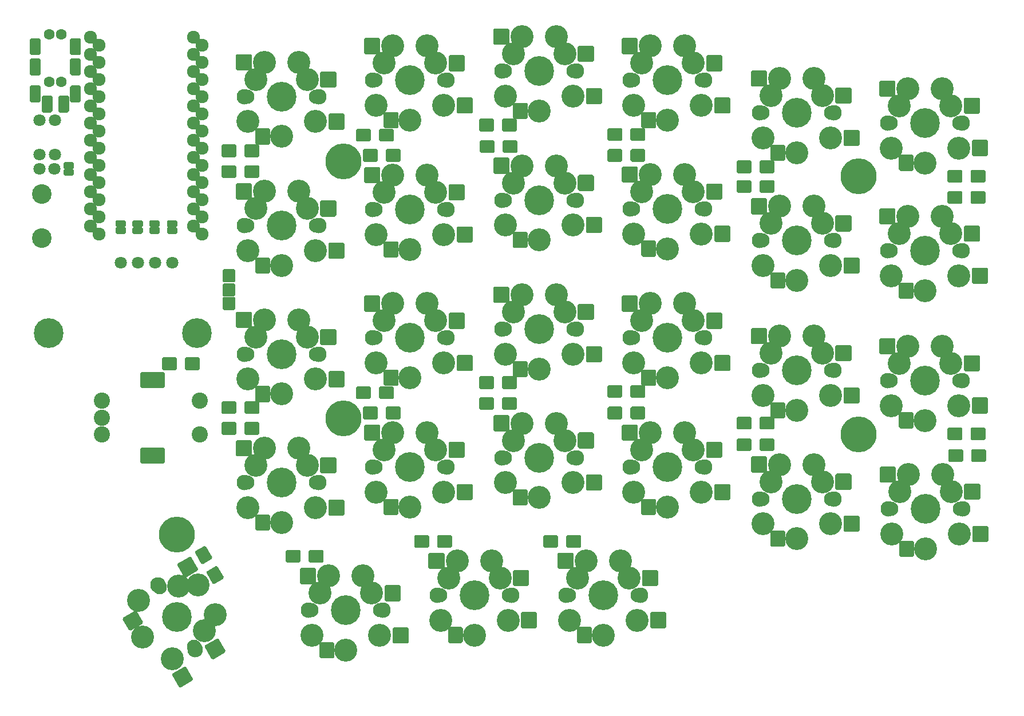
<source format=gbr>
G04 #@! TF.GenerationSoftware,KiCad,Pcbnew,(5.1.12)-1*
G04 #@! TF.CreationDate,2021-12-11T09:13:36+00:00*
G04 #@! TF.ProjectId,Lily58_Pro,4c696c79-3538-45f5-9072-6f2e6b696361,rev?*
G04 #@! TF.SameCoordinates,Original*
G04 #@! TF.FileFunction,Soldermask,Top*
G04 #@! TF.FilePolarity,Negative*
%FSLAX46Y46*%
G04 Gerber Fmt 4.6, Leading zero omitted, Abs format (unit mm)*
G04 Created by KiCad (PCBNEW (5.1.12)-1) date 2021-12-11 09:13:36*
%MOMM*%
%LPD*%
G01*
G04 APERTURE LIST*
%ADD10C,3.400000*%
%ADD11C,4.400000*%
%ADD12C,2.300000*%
%ADD13C,2.100000*%
%ADD14C,2.400000*%
%ADD15C,1.600000*%
%ADD16C,1.924000*%
%ADD17C,5.300000*%
%ADD18C,1.797000*%
%ADD19C,2.900000*%
G04 APERTURE END LIST*
G36*
G01*
X163700000Y-117670000D02*
X163700000Y-119670000D01*
G75*
G02*
X163500000Y-119870000I-200000J0D01*
G01*
X161500000Y-119870000D01*
G75*
G02*
X161300000Y-119670000I0J200000D01*
G01*
X161300000Y-117670000D01*
G75*
G02*
X161500000Y-117470000I200000J0D01*
G01*
X163500000Y-117470000D01*
G75*
G02*
X163700000Y-117670000I0J-200000D01*
G01*
G37*
D10*
X171910000Y-121210000D03*
X165560000Y-118670000D03*
G36*
G01*
X176200000Y-120210000D02*
X176200000Y-122210000D01*
G75*
G02*
X176000000Y-122410000I-200000J0D01*
G01*
X174000000Y-122410000D01*
G75*
G02*
X173800000Y-122210000I0J200000D01*
G01*
X173800000Y-120210000D01*
G75*
G02*
X174000000Y-120010000I200000J0D01*
G01*
X176000000Y-120010000D01*
G75*
G02*
X176200000Y-120210000I0J-200000D01*
G01*
G37*
X173100000Y-127450000D03*
G36*
G01*
X166400000Y-128650000D02*
X166400000Y-130650000D01*
G75*
G02*
X166200000Y-130850000I-200000J0D01*
G01*
X164400000Y-130850000D01*
G75*
G02*
X164200000Y-130650000I0J200000D01*
G01*
X164200000Y-128650000D01*
G75*
G02*
X164400000Y-128450000I200000J0D01*
G01*
X166200000Y-128450000D01*
G75*
G02*
X166400000Y-128650000I0J-200000D01*
G01*
G37*
G36*
G01*
X177400000Y-126450000D02*
X177400000Y-128450000D01*
G75*
G02*
X177200000Y-128650000I-200000J0D01*
G01*
X175200000Y-128650000D01*
G75*
G02*
X175000000Y-128450000I0J200000D01*
G01*
X175000000Y-126450000D01*
G75*
G02*
X175200000Y-126250000I200000J0D01*
G01*
X177200000Y-126250000D01*
G75*
G02*
X177400000Y-126450000I0J-200000D01*
G01*
G37*
X163100000Y-127450000D03*
X168100000Y-129650000D03*
X170640000Y-118670000D03*
D11*
X168100000Y-123750000D03*
D12*
X162600000Y-123750000D03*
X173600000Y-123750000D03*
D13*
X173180000Y-123750000D03*
X163020000Y-123750000D03*
D10*
X164290000Y-121210000D03*
G36*
G01*
X144600000Y-117670000D02*
X144600000Y-119670000D01*
G75*
G02*
X144400000Y-119870000I-200000J0D01*
G01*
X142400000Y-119870000D01*
G75*
G02*
X142200000Y-119670000I0J200000D01*
G01*
X142200000Y-117670000D01*
G75*
G02*
X142400000Y-117470000I200000J0D01*
G01*
X144400000Y-117470000D01*
G75*
G02*
X144600000Y-117670000I0J-200000D01*
G01*
G37*
X152810000Y-121210000D03*
X146460000Y-118670000D03*
G36*
G01*
X157100000Y-120210000D02*
X157100000Y-122210000D01*
G75*
G02*
X156900000Y-122410000I-200000J0D01*
G01*
X154900000Y-122410000D01*
G75*
G02*
X154700000Y-122210000I0J200000D01*
G01*
X154700000Y-120210000D01*
G75*
G02*
X154900000Y-120010000I200000J0D01*
G01*
X156900000Y-120010000D01*
G75*
G02*
X157100000Y-120210000I0J-200000D01*
G01*
G37*
X154000000Y-127450000D03*
G36*
G01*
X147300000Y-128650000D02*
X147300000Y-130650000D01*
G75*
G02*
X147100000Y-130850000I-200000J0D01*
G01*
X145300000Y-130850000D01*
G75*
G02*
X145100000Y-130650000I0J200000D01*
G01*
X145100000Y-128650000D01*
G75*
G02*
X145300000Y-128450000I200000J0D01*
G01*
X147100000Y-128450000D01*
G75*
G02*
X147300000Y-128650000I0J-200000D01*
G01*
G37*
G36*
G01*
X158300000Y-126450000D02*
X158300000Y-128450000D01*
G75*
G02*
X158100000Y-128650000I-200000J0D01*
G01*
X156100000Y-128650000D01*
G75*
G02*
X155900000Y-128450000I0J200000D01*
G01*
X155900000Y-126450000D01*
G75*
G02*
X156100000Y-126250000I200000J0D01*
G01*
X158100000Y-126250000D01*
G75*
G02*
X158300000Y-126450000I0J-200000D01*
G01*
G37*
X144000000Y-127450000D03*
X149000000Y-129650000D03*
X151540000Y-118670000D03*
D11*
X149000000Y-123750000D03*
D12*
X143500000Y-123750000D03*
X154500000Y-123750000D03*
D13*
X154080000Y-123750000D03*
X143920000Y-123750000D03*
D10*
X145190000Y-121210000D03*
G36*
G01*
X125600000Y-119920000D02*
X125600000Y-121920000D01*
G75*
G02*
X125400000Y-122120000I-200000J0D01*
G01*
X123400000Y-122120000D01*
G75*
G02*
X123200000Y-121920000I0J200000D01*
G01*
X123200000Y-119920000D01*
G75*
G02*
X123400000Y-119720000I200000J0D01*
G01*
X125400000Y-119720000D01*
G75*
G02*
X125600000Y-119920000I0J-200000D01*
G01*
G37*
X133810000Y-123460000D03*
X127460000Y-120920000D03*
G36*
G01*
X138100000Y-122460000D02*
X138100000Y-124460000D01*
G75*
G02*
X137900000Y-124660000I-200000J0D01*
G01*
X135900000Y-124660000D01*
G75*
G02*
X135700000Y-124460000I0J200000D01*
G01*
X135700000Y-122460000D01*
G75*
G02*
X135900000Y-122260000I200000J0D01*
G01*
X137900000Y-122260000D01*
G75*
G02*
X138100000Y-122460000I0J-200000D01*
G01*
G37*
X135000000Y-129700000D03*
G36*
G01*
X128300000Y-130900000D02*
X128300000Y-132900000D01*
G75*
G02*
X128100000Y-133100000I-200000J0D01*
G01*
X126300000Y-133100000D01*
G75*
G02*
X126100000Y-132900000I0J200000D01*
G01*
X126100000Y-130900000D01*
G75*
G02*
X126300000Y-130700000I200000J0D01*
G01*
X128100000Y-130700000D01*
G75*
G02*
X128300000Y-130900000I0J-200000D01*
G01*
G37*
G36*
G01*
X139300000Y-128700000D02*
X139300000Y-130700000D01*
G75*
G02*
X139100000Y-130900000I-200000J0D01*
G01*
X137100000Y-130900000D01*
G75*
G02*
X136900000Y-130700000I0J200000D01*
G01*
X136900000Y-128700000D01*
G75*
G02*
X137100000Y-128500000I200000J0D01*
G01*
X139100000Y-128500000D01*
G75*
G02*
X139300000Y-128700000I0J-200000D01*
G01*
G37*
X125000000Y-129700000D03*
X130000000Y-131900000D03*
X132540000Y-120920000D03*
D11*
X130000000Y-126000000D03*
D12*
X124500000Y-126000000D03*
X135500000Y-126000000D03*
D13*
X135080000Y-126000000D03*
X124920000Y-126000000D03*
D10*
X126190000Y-123460000D03*
G36*
G01*
X108065434Y-120149488D02*
X106333384Y-121149488D01*
G75*
G02*
X106060179Y-121076283I-100000J173205D01*
G01*
X105060179Y-119344233D01*
G75*
G02*
X105133384Y-119071028I173205J100000D01*
G01*
X106865434Y-118071028D01*
G75*
G02*
X107138639Y-118144233I100000J-173205D01*
G01*
X108138639Y-119876283D01*
G75*
G02*
X108065434Y-120149488I-173205J-100000D01*
G01*
G37*
X109104705Y-129029557D03*
X108129409Y-122260295D03*
G36*
G01*
X112115730Y-132244805D02*
X110383680Y-133244805D01*
G75*
G02*
X110110475Y-133171600I-100000J173205D01*
G01*
X109110475Y-131439550D01*
G75*
G02*
X109183680Y-131166345I173205J100000D01*
G01*
X110915730Y-130166345D01*
G75*
G02*
X111188935Y-130239550I100000J-173205D01*
G01*
X112188935Y-131971600D01*
G75*
G02*
X112115730Y-132244805I-173205J-100000D01*
G01*
G37*
X104295706Y-133180127D03*
G36*
G01*
X99906475Y-127977757D02*
X98174425Y-128977757D01*
G75*
G02*
X97901220Y-128904552I-100000J173205D01*
G01*
X97001220Y-127345706D01*
G75*
G02*
X97074425Y-127072501I173205J100000D01*
G01*
X98806475Y-126072501D01*
G75*
G02*
X99079680Y-126145706I100000J-173205D01*
G01*
X99979680Y-127704552D01*
G75*
G02*
X99906475Y-127977757I-173205J-100000D01*
G01*
G37*
G36*
G01*
X107311731Y-136404036D02*
X105579681Y-137404036D01*
G75*
G02*
X105306476Y-137330831I-100000J173205D01*
G01*
X104306476Y-135598781D01*
G75*
G02*
X104379681Y-135325576I173205J100000D01*
G01*
X106111731Y-134325576D01*
G75*
G02*
X106384936Y-134398781I100000J-173205D01*
G01*
X107384936Y-136130831D01*
G75*
G02*
X107311731Y-136404036I-173205J-100000D01*
G01*
G37*
X99295706Y-124519873D03*
X99890450Y-129950000D03*
X110669409Y-126659705D03*
D11*
X105000000Y-127000000D03*
D12*
X102250000Y-122236860D03*
X107750000Y-131763140D03*
D13*
X107540000Y-131399409D03*
X102460000Y-122600591D03*
D10*
X105294705Y-122430443D03*
G36*
G01*
X211350000Y-104920000D02*
X211350000Y-106920000D01*
G75*
G02*
X211150000Y-107120000I-200000J0D01*
G01*
X209150000Y-107120000D01*
G75*
G02*
X208950000Y-106920000I0J200000D01*
G01*
X208950000Y-104920000D01*
G75*
G02*
X209150000Y-104720000I200000J0D01*
G01*
X211150000Y-104720000D01*
G75*
G02*
X211350000Y-104920000I0J-200000D01*
G01*
G37*
X219560000Y-108460000D03*
X213210000Y-105920000D03*
G36*
G01*
X223850000Y-107460000D02*
X223850000Y-109460000D01*
G75*
G02*
X223650000Y-109660000I-200000J0D01*
G01*
X221650000Y-109660000D01*
G75*
G02*
X221450000Y-109460000I0J200000D01*
G01*
X221450000Y-107460000D01*
G75*
G02*
X221650000Y-107260000I200000J0D01*
G01*
X223650000Y-107260000D01*
G75*
G02*
X223850000Y-107460000I0J-200000D01*
G01*
G37*
X220750000Y-114700000D03*
G36*
G01*
X214050000Y-115900000D02*
X214050000Y-117900000D01*
G75*
G02*
X213850000Y-118100000I-200000J0D01*
G01*
X212050000Y-118100000D01*
G75*
G02*
X211850000Y-117900000I0J200000D01*
G01*
X211850000Y-115900000D01*
G75*
G02*
X212050000Y-115700000I200000J0D01*
G01*
X213850000Y-115700000D01*
G75*
G02*
X214050000Y-115900000I0J-200000D01*
G01*
G37*
G36*
G01*
X225050000Y-113700000D02*
X225050000Y-115700000D01*
G75*
G02*
X224850000Y-115900000I-200000J0D01*
G01*
X222850000Y-115900000D01*
G75*
G02*
X222650000Y-115700000I0J200000D01*
G01*
X222650000Y-113700000D01*
G75*
G02*
X222850000Y-113500000I200000J0D01*
G01*
X224850000Y-113500000D01*
G75*
G02*
X225050000Y-113700000I0J-200000D01*
G01*
G37*
X210750000Y-114700000D03*
X215750000Y-116900000D03*
X218290000Y-105920000D03*
D11*
X215750000Y-111000000D03*
D12*
X210250000Y-111000000D03*
X221250000Y-111000000D03*
D13*
X220830000Y-111000000D03*
X210670000Y-111000000D03*
D10*
X211940000Y-108460000D03*
G36*
G01*
X192300000Y-103420000D02*
X192300000Y-105420000D01*
G75*
G02*
X192100000Y-105620000I-200000J0D01*
G01*
X190100000Y-105620000D01*
G75*
G02*
X189900000Y-105420000I0J200000D01*
G01*
X189900000Y-103420000D01*
G75*
G02*
X190100000Y-103220000I200000J0D01*
G01*
X192100000Y-103220000D01*
G75*
G02*
X192300000Y-103420000I0J-200000D01*
G01*
G37*
X200510000Y-106960000D03*
X194160000Y-104420000D03*
G36*
G01*
X204800000Y-105960000D02*
X204800000Y-107960000D01*
G75*
G02*
X204600000Y-108160000I-200000J0D01*
G01*
X202600000Y-108160000D01*
G75*
G02*
X202400000Y-107960000I0J200000D01*
G01*
X202400000Y-105960000D01*
G75*
G02*
X202600000Y-105760000I200000J0D01*
G01*
X204600000Y-105760000D01*
G75*
G02*
X204800000Y-105960000I0J-200000D01*
G01*
G37*
X201700000Y-113200000D03*
G36*
G01*
X195000000Y-114400000D02*
X195000000Y-116400000D01*
G75*
G02*
X194800000Y-116600000I-200000J0D01*
G01*
X193000000Y-116600000D01*
G75*
G02*
X192800000Y-116400000I0J200000D01*
G01*
X192800000Y-114400000D01*
G75*
G02*
X193000000Y-114200000I200000J0D01*
G01*
X194800000Y-114200000D01*
G75*
G02*
X195000000Y-114400000I0J-200000D01*
G01*
G37*
G36*
G01*
X206000000Y-112200000D02*
X206000000Y-114200000D01*
G75*
G02*
X205800000Y-114400000I-200000J0D01*
G01*
X203800000Y-114400000D01*
G75*
G02*
X203600000Y-114200000I0J200000D01*
G01*
X203600000Y-112200000D01*
G75*
G02*
X203800000Y-112000000I200000J0D01*
G01*
X205800000Y-112000000D01*
G75*
G02*
X206000000Y-112200000I0J-200000D01*
G01*
G37*
X191700000Y-113200000D03*
X196700000Y-115400000D03*
X199240000Y-104420000D03*
D11*
X196700000Y-109500000D03*
D12*
X191200000Y-109500000D03*
X202200000Y-109500000D03*
D13*
X201780000Y-109500000D03*
X191620000Y-109500000D03*
D10*
X192890000Y-106960000D03*
G36*
G01*
X173200000Y-98720000D02*
X173200000Y-100720000D01*
G75*
G02*
X173000000Y-100920000I-200000J0D01*
G01*
X171000000Y-100920000D01*
G75*
G02*
X170800000Y-100720000I0J200000D01*
G01*
X170800000Y-98720000D01*
G75*
G02*
X171000000Y-98520000I200000J0D01*
G01*
X173000000Y-98520000D01*
G75*
G02*
X173200000Y-98720000I0J-200000D01*
G01*
G37*
X181410000Y-102260000D03*
X175060000Y-99720000D03*
G36*
G01*
X185700000Y-101260000D02*
X185700000Y-103260000D01*
G75*
G02*
X185500000Y-103460000I-200000J0D01*
G01*
X183500000Y-103460000D01*
G75*
G02*
X183300000Y-103260000I0J200000D01*
G01*
X183300000Y-101260000D01*
G75*
G02*
X183500000Y-101060000I200000J0D01*
G01*
X185500000Y-101060000D01*
G75*
G02*
X185700000Y-101260000I0J-200000D01*
G01*
G37*
X182600000Y-108500000D03*
G36*
G01*
X175900000Y-109700000D02*
X175900000Y-111700000D01*
G75*
G02*
X175700000Y-111900000I-200000J0D01*
G01*
X173900000Y-111900000D01*
G75*
G02*
X173700000Y-111700000I0J200000D01*
G01*
X173700000Y-109700000D01*
G75*
G02*
X173900000Y-109500000I200000J0D01*
G01*
X175700000Y-109500000D01*
G75*
G02*
X175900000Y-109700000I0J-200000D01*
G01*
G37*
G36*
G01*
X186900000Y-107500000D02*
X186900000Y-109500000D01*
G75*
G02*
X186700000Y-109700000I-200000J0D01*
G01*
X184700000Y-109700000D01*
G75*
G02*
X184500000Y-109500000I0J200000D01*
G01*
X184500000Y-107500000D01*
G75*
G02*
X184700000Y-107300000I200000J0D01*
G01*
X186700000Y-107300000D01*
G75*
G02*
X186900000Y-107500000I0J-200000D01*
G01*
G37*
X172600000Y-108500000D03*
X177600000Y-110700000D03*
X180140000Y-99720000D03*
D11*
X177600000Y-104800000D03*
D12*
X172100000Y-104800000D03*
X183100000Y-104800000D03*
D13*
X182680000Y-104800000D03*
X172520000Y-104800000D03*
D10*
X173790000Y-102260000D03*
G36*
G01*
X154200000Y-97320000D02*
X154200000Y-99320000D01*
G75*
G02*
X154000000Y-99520000I-200000J0D01*
G01*
X152000000Y-99520000D01*
G75*
G02*
X151800000Y-99320000I0J200000D01*
G01*
X151800000Y-97320000D01*
G75*
G02*
X152000000Y-97120000I200000J0D01*
G01*
X154000000Y-97120000D01*
G75*
G02*
X154200000Y-97320000I0J-200000D01*
G01*
G37*
X162410000Y-100860000D03*
X156060000Y-98320000D03*
G36*
G01*
X166700000Y-99860000D02*
X166700000Y-101860000D01*
G75*
G02*
X166500000Y-102060000I-200000J0D01*
G01*
X164500000Y-102060000D01*
G75*
G02*
X164300000Y-101860000I0J200000D01*
G01*
X164300000Y-99860000D01*
G75*
G02*
X164500000Y-99660000I200000J0D01*
G01*
X166500000Y-99660000D01*
G75*
G02*
X166700000Y-99860000I0J-200000D01*
G01*
G37*
X163600000Y-107100000D03*
G36*
G01*
X156900000Y-108300000D02*
X156900000Y-110300000D01*
G75*
G02*
X156700000Y-110500000I-200000J0D01*
G01*
X154900000Y-110500000D01*
G75*
G02*
X154700000Y-110300000I0J200000D01*
G01*
X154700000Y-108300000D01*
G75*
G02*
X154900000Y-108100000I200000J0D01*
G01*
X156700000Y-108100000D01*
G75*
G02*
X156900000Y-108300000I0J-200000D01*
G01*
G37*
G36*
G01*
X167900000Y-106100000D02*
X167900000Y-108100000D01*
G75*
G02*
X167700000Y-108300000I-200000J0D01*
G01*
X165700000Y-108300000D01*
G75*
G02*
X165500000Y-108100000I0J200000D01*
G01*
X165500000Y-106100000D01*
G75*
G02*
X165700000Y-105900000I200000J0D01*
G01*
X167700000Y-105900000D01*
G75*
G02*
X167900000Y-106100000I0J-200000D01*
G01*
G37*
X153600000Y-107100000D03*
X158600000Y-109300000D03*
X161140000Y-98320000D03*
D11*
X158600000Y-103400000D03*
D12*
X153100000Y-103400000D03*
X164100000Y-103400000D03*
D13*
X163680000Y-103400000D03*
X153520000Y-103400000D03*
D10*
X154790000Y-100860000D03*
G36*
G01*
X135100000Y-98720000D02*
X135100000Y-100720000D01*
G75*
G02*
X134900000Y-100920000I-200000J0D01*
G01*
X132900000Y-100920000D01*
G75*
G02*
X132700000Y-100720000I0J200000D01*
G01*
X132700000Y-98720000D01*
G75*
G02*
X132900000Y-98520000I200000J0D01*
G01*
X134900000Y-98520000D01*
G75*
G02*
X135100000Y-98720000I0J-200000D01*
G01*
G37*
X143310000Y-102260000D03*
X136960000Y-99720000D03*
G36*
G01*
X147600000Y-101260000D02*
X147600000Y-103260000D01*
G75*
G02*
X147400000Y-103460000I-200000J0D01*
G01*
X145400000Y-103460000D01*
G75*
G02*
X145200000Y-103260000I0J200000D01*
G01*
X145200000Y-101260000D01*
G75*
G02*
X145400000Y-101060000I200000J0D01*
G01*
X147400000Y-101060000D01*
G75*
G02*
X147600000Y-101260000I0J-200000D01*
G01*
G37*
X144500000Y-108500000D03*
G36*
G01*
X137800000Y-109700000D02*
X137800000Y-111700000D01*
G75*
G02*
X137600000Y-111900000I-200000J0D01*
G01*
X135800000Y-111900000D01*
G75*
G02*
X135600000Y-111700000I0J200000D01*
G01*
X135600000Y-109700000D01*
G75*
G02*
X135800000Y-109500000I200000J0D01*
G01*
X137600000Y-109500000D01*
G75*
G02*
X137800000Y-109700000I0J-200000D01*
G01*
G37*
G36*
G01*
X148800000Y-107500000D02*
X148800000Y-109500000D01*
G75*
G02*
X148600000Y-109700000I-200000J0D01*
G01*
X146600000Y-109700000D01*
G75*
G02*
X146400000Y-109500000I0J200000D01*
G01*
X146400000Y-107500000D01*
G75*
G02*
X146600000Y-107300000I200000J0D01*
G01*
X148600000Y-107300000D01*
G75*
G02*
X148800000Y-107500000I0J-200000D01*
G01*
G37*
X134500000Y-108500000D03*
X139500000Y-110700000D03*
X142040000Y-99720000D03*
D11*
X139500000Y-104800000D03*
D12*
X134000000Y-104800000D03*
X145000000Y-104800000D03*
D13*
X144580000Y-104800000D03*
X134420000Y-104800000D03*
D10*
X135690000Y-102260000D03*
G36*
G01*
X116100000Y-101020000D02*
X116100000Y-103020000D01*
G75*
G02*
X115900000Y-103220000I-200000J0D01*
G01*
X113900000Y-103220000D01*
G75*
G02*
X113700000Y-103020000I0J200000D01*
G01*
X113700000Y-101020000D01*
G75*
G02*
X113900000Y-100820000I200000J0D01*
G01*
X115900000Y-100820000D01*
G75*
G02*
X116100000Y-101020000I0J-200000D01*
G01*
G37*
X124310000Y-104560000D03*
X117960000Y-102020000D03*
G36*
G01*
X128600000Y-103560000D02*
X128600000Y-105560000D01*
G75*
G02*
X128400000Y-105760000I-200000J0D01*
G01*
X126400000Y-105760000D01*
G75*
G02*
X126200000Y-105560000I0J200000D01*
G01*
X126200000Y-103560000D01*
G75*
G02*
X126400000Y-103360000I200000J0D01*
G01*
X128400000Y-103360000D01*
G75*
G02*
X128600000Y-103560000I0J-200000D01*
G01*
G37*
X125500000Y-110800000D03*
G36*
G01*
X118800000Y-112000000D02*
X118800000Y-114000000D01*
G75*
G02*
X118600000Y-114200000I-200000J0D01*
G01*
X116800000Y-114200000D01*
G75*
G02*
X116600000Y-114000000I0J200000D01*
G01*
X116600000Y-112000000D01*
G75*
G02*
X116800000Y-111800000I200000J0D01*
G01*
X118600000Y-111800000D01*
G75*
G02*
X118800000Y-112000000I0J-200000D01*
G01*
G37*
G36*
G01*
X129800000Y-109800000D02*
X129800000Y-111800000D01*
G75*
G02*
X129600000Y-112000000I-200000J0D01*
G01*
X127600000Y-112000000D01*
G75*
G02*
X127400000Y-111800000I0J200000D01*
G01*
X127400000Y-109800000D01*
G75*
G02*
X127600000Y-109600000I200000J0D01*
G01*
X129600000Y-109600000D01*
G75*
G02*
X129800000Y-109800000I0J-200000D01*
G01*
G37*
X115500000Y-110800000D03*
X120500000Y-113000000D03*
X123040000Y-102020000D03*
D11*
X120500000Y-107100000D03*
D12*
X115000000Y-107100000D03*
X126000000Y-107100000D03*
D13*
X125580000Y-107100000D03*
X115420000Y-107100000D03*
D10*
X116690000Y-104560000D03*
G36*
G01*
X211300000Y-85920000D02*
X211300000Y-87920000D01*
G75*
G02*
X211100000Y-88120000I-200000J0D01*
G01*
X209100000Y-88120000D01*
G75*
G02*
X208900000Y-87920000I0J200000D01*
G01*
X208900000Y-85920000D01*
G75*
G02*
X209100000Y-85720000I200000J0D01*
G01*
X211100000Y-85720000D01*
G75*
G02*
X211300000Y-85920000I0J-200000D01*
G01*
G37*
X219510000Y-89460000D03*
X213160000Y-86920000D03*
G36*
G01*
X223800000Y-88460000D02*
X223800000Y-90460000D01*
G75*
G02*
X223600000Y-90660000I-200000J0D01*
G01*
X221600000Y-90660000D01*
G75*
G02*
X221400000Y-90460000I0J200000D01*
G01*
X221400000Y-88460000D01*
G75*
G02*
X221600000Y-88260000I200000J0D01*
G01*
X223600000Y-88260000D01*
G75*
G02*
X223800000Y-88460000I0J-200000D01*
G01*
G37*
X220700000Y-95700000D03*
G36*
G01*
X214000000Y-96900000D02*
X214000000Y-98900000D01*
G75*
G02*
X213800000Y-99100000I-200000J0D01*
G01*
X212000000Y-99100000D01*
G75*
G02*
X211800000Y-98900000I0J200000D01*
G01*
X211800000Y-96900000D01*
G75*
G02*
X212000000Y-96700000I200000J0D01*
G01*
X213800000Y-96700000D01*
G75*
G02*
X214000000Y-96900000I0J-200000D01*
G01*
G37*
G36*
G01*
X225000000Y-94700000D02*
X225000000Y-96700000D01*
G75*
G02*
X224800000Y-96900000I-200000J0D01*
G01*
X222800000Y-96900000D01*
G75*
G02*
X222600000Y-96700000I0J200000D01*
G01*
X222600000Y-94700000D01*
G75*
G02*
X222800000Y-94500000I200000J0D01*
G01*
X224800000Y-94500000D01*
G75*
G02*
X225000000Y-94700000I0J-200000D01*
G01*
G37*
X210700000Y-95700000D03*
X215700000Y-97900000D03*
X218240000Y-86920000D03*
D11*
X215700000Y-92000000D03*
D12*
X210200000Y-92000000D03*
X221200000Y-92000000D03*
D13*
X220780000Y-92000000D03*
X210620000Y-92000000D03*
D10*
X211890000Y-89460000D03*
G36*
G01*
X192300000Y-84420000D02*
X192300000Y-86420000D01*
G75*
G02*
X192100000Y-86620000I-200000J0D01*
G01*
X190100000Y-86620000D01*
G75*
G02*
X189900000Y-86420000I0J200000D01*
G01*
X189900000Y-84420000D01*
G75*
G02*
X190100000Y-84220000I200000J0D01*
G01*
X192100000Y-84220000D01*
G75*
G02*
X192300000Y-84420000I0J-200000D01*
G01*
G37*
X200510000Y-87960000D03*
X194160000Y-85420000D03*
G36*
G01*
X204800000Y-86960000D02*
X204800000Y-88960000D01*
G75*
G02*
X204600000Y-89160000I-200000J0D01*
G01*
X202600000Y-89160000D01*
G75*
G02*
X202400000Y-88960000I0J200000D01*
G01*
X202400000Y-86960000D01*
G75*
G02*
X202600000Y-86760000I200000J0D01*
G01*
X204600000Y-86760000D01*
G75*
G02*
X204800000Y-86960000I0J-200000D01*
G01*
G37*
X201700000Y-94200000D03*
G36*
G01*
X195000000Y-95400000D02*
X195000000Y-97400000D01*
G75*
G02*
X194800000Y-97600000I-200000J0D01*
G01*
X193000000Y-97600000D01*
G75*
G02*
X192800000Y-97400000I0J200000D01*
G01*
X192800000Y-95400000D01*
G75*
G02*
X193000000Y-95200000I200000J0D01*
G01*
X194800000Y-95200000D01*
G75*
G02*
X195000000Y-95400000I0J-200000D01*
G01*
G37*
G36*
G01*
X206000000Y-93200000D02*
X206000000Y-95200000D01*
G75*
G02*
X205800000Y-95400000I-200000J0D01*
G01*
X203800000Y-95400000D01*
G75*
G02*
X203600000Y-95200000I0J200000D01*
G01*
X203600000Y-93200000D01*
G75*
G02*
X203800000Y-93000000I200000J0D01*
G01*
X205800000Y-93000000D01*
G75*
G02*
X206000000Y-93200000I0J-200000D01*
G01*
G37*
X191700000Y-94200000D03*
X196700000Y-96400000D03*
X199240000Y-85420000D03*
D11*
X196700000Y-90500000D03*
D12*
X191200000Y-90500000D03*
X202200000Y-90500000D03*
D13*
X201780000Y-90500000D03*
X191620000Y-90500000D03*
D10*
X192890000Y-87960000D03*
G36*
G01*
X173200000Y-79620000D02*
X173200000Y-81620000D01*
G75*
G02*
X173000000Y-81820000I-200000J0D01*
G01*
X171000000Y-81820000D01*
G75*
G02*
X170800000Y-81620000I0J200000D01*
G01*
X170800000Y-79620000D01*
G75*
G02*
X171000000Y-79420000I200000J0D01*
G01*
X173000000Y-79420000D01*
G75*
G02*
X173200000Y-79620000I0J-200000D01*
G01*
G37*
X181410000Y-83160000D03*
X175060000Y-80620000D03*
G36*
G01*
X185700000Y-82160000D02*
X185700000Y-84160000D01*
G75*
G02*
X185500000Y-84360000I-200000J0D01*
G01*
X183500000Y-84360000D01*
G75*
G02*
X183300000Y-84160000I0J200000D01*
G01*
X183300000Y-82160000D01*
G75*
G02*
X183500000Y-81960000I200000J0D01*
G01*
X185500000Y-81960000D01*
G75*
G02*
X185700000Y-82160000I0J-200000D01*
G01*
G37*
X182600000Y-89400000D03*
G36*
G01*
X175900000Y-90600000D02*
X175900000Y-92600000D01*
G75*
G02*
X175700000Y-92800000I-200000J0D01*
G01*
X173900000Y-92800000D01*
G75*
G02*
X173700000Y-92600000I0J200000D01*
G01*
X173700000Y-90600000D01*
G75*
G02*
X173900000Y-90400000I200000J0D01*
G01*
X175700000Y-90400000D01*
G75*
G02*
X175900000Y-90600000I0J-200000D01*
G01*
G37*
G36*
G01*
X186900000Y-88400000D02*
X186900000Y-90400000D01*
G75*
G02*
X186700000Y-90600000I-200000J0D01*
G01*
X184700000Y-90600000D01*
G75*
G02*
X184500000Y-90400000I0J200000D01*
G01*
X184500000Y-88400000D01*
G75*
G02*
X184700000Y-88200000I200000J0D01*
G01*
X186700000Y-88200000D01*
G75*
G02*
X186900000Y-88400000I0J-200000D01*
G01*
G37*
X172600000Y-89400000D03*
X177600000Y-91600000D03*
X180140000Y-80620000D03*
D11*
X177600000Y-85700000D03*
D12*
X172100000Y-85700000D03*
X183100000Y-85700000D03*
D13*
X182680000Y-85700000D03*
X172520000Y-85700000D03*
D10*
X173790000Y-83160000D03*
G36*
G01*
X154200000Y-78320000D02*
X154200000Y-80320000D01*
G75*
G02*
X154000000Y-80520000I-200000J0D01*
G01*
X152000000Y-80520000D01*
G75*
G02*
X151800000Y-80320000I0J200000D01*
G01*
X151800000Y-78320000D01*
G75*
G02*
X152000000Y-78120000I200000J0D01*
G01*
X154000000Y-78120000D01*
G75*
G02*
X154200000Y-78320000I0J-200000D01*
G01*
G37*
X162410000Y-81860000D03*
X156060000Y-79320000D03*
G36*
G01*
X166700000Y-80860000D02*
X166700000Y-82860000D01*
G75*
G02*
X166500000Y-83060000I-200000J0D01*
G01*
X164500000Y-83060000D01*
G75*
G02*
X164300000Y-82860000I0J200000D01*
G01*
X164300000Y-80860000D01*
G75*
G02*
X164500000Y-80660000I200000J0D01*
G01*
X166500000Y-80660000D01*
G75*
G02*
X166700000Y-80860000I0J-200000D01*
G01*
G37*
X163600000Y-88100000D03*
G36*
G01*
X156900000Y-89300000D02*
X156900000Y-91300000D01*
G75*
G02*
X156700000Y-91500000I-200000J0D01*
G01*
X154900000Y-91500000D01*
G75*
G02*
X154700000Y-91300000I0J200000D01*
G01*
X154700000Y-89300000D01*
G75*
G02*
X154900000Y-89100000I200000J0D01*
G01*
X156700000Y-89100000D01*
G75*
G02*
X156900000Y-89300000I0J-200000D01*
G01*
G37*
G36*
G01*
X167900000Y-87100000D02*
X167900000Y-89100000D01*
G75*
G02*
X167700000Y-89300000I-200000J0D01*
G01*
X165700000Y-89300000D01*
G75*
G02*
X165500000Y-89100000I0J200000D01*
G01*
X165500000Y-87100000D01*
G75*
G02*
X165700000Y-86900000I200000J0D01*
G01*
X167700000Y-86900000D01*
G75*
G02*
X167900000Y-87100000I0J-200000D01*
G01*
G37*
X153600000Y-88100000D03*
X158600000Y-90300000D03*
X161140000Y-79320000D03*
D11*
X158600000Y-84400000D03*
D12*
X153100000Y-84400000D03*
X164100000Y-84400000D03*
D13*
X163680000Y-84400000D03*
X153520000Y-84400000D03*
D10*
X154790000Y-81860000D03*
G36*
G01*
X135100000Y-79620000D02*
X135100000Y-81620000D01*
G75*
G02*
X134900000Y-81820000I-200000J0D01*
G01*
X132900000Y-81820000D01*
G75*
G02*
X132700000Y-81620000I0J200000D01*
G01*
X132700000Y-79620000D01*
G75*
G02*
X132900000Y-79420000I200000J0D01*
G01*
X134900000Y-79420000D01*
G75*
G02*
X135100000Y-79620000I0J-200000D01*
G01*
G37*
X143310000Y-83160000D03*
X136960000Y-80620000D03*
G36*
G01*
X147600000Y-82160000D02*
X147600000Y-84160000D01*
G75*
G02*
X147400000Y-84360000I-200000J0D01*
G01*
X145400000Y-84360000D01*
G75*
G02*
X145200000Y-84160000I0J200000D01*
G01*
X145200000Y-82160000D01*
G75*
G02*
X145400000Y-81960000I200000J0D01*
G01*
X147400000Y-81960000D01*
G75*
G02*
X147600000Y-82160000I0J-200000D01*
G01*
G37*
X144500000Y-89400000D03*
G36*
G01*
X137800000Y-90600000D02*
X137800000Y-92600000D01*
G75*
G02*
X137600000Y-92800000I-200000J0D01*
G01*
X135800000Y-92800000D01*
G75*
G02*
X135600000Y-92600000I0J200000D01*
G01*
X135600000Y-90600000D01*
G75*
G02*
X135800000Y-90400000I200000J0D01*
G01*
X137600000Y-90400000D01*
G75*
G02*
X137800000Y-90600000I0J-200000D01*
G01*
G37*
G36*
G01*
X148800000Y-88400000D02*
X148800000Y-90400000D01*
G75*
G02*
X148600000Y-90600000I-200000J0D01*
G01*
X146600000Y-90600000D01*
G75*
G02*
X146400000Y-90400000I0J200000D01*
G01*
X146400000Y-88400000D01*
G75*
G02*
X146600000Y-88200000I200000J0D01*
G01*
X148600000Y-88200000D01*
G75*
G02*
X148800000Y-88400000I0J-200000D01*
G01*
G37*
X134500000Y-89400000D03*
X139500000Y-91600000D03*
X142040000Y-80620000D03*
D11*
X139500000Y-85700000D03*
D12*
X134000000Y-85700000D03*
X145000000Y-85700000D03*
D13*
X144580000Y-85700000D03*
X134420000Y-85700000D03*
D10*
X135690000Y-83160000D03*
G36*
G01*
X116100000Y-82020000D02*
X116100000Y-84020000D01*
G75*
G02*
X115900000Y-84220000I-200000J0D01*
G01*
X113900000Y-84220000D01*
G75*
G02*
X113700000Y-84020000I0J200000D01*
G01*
X113700000Y-82020000D01*
G75*
G02*
X113900000Y-81820000I200000J0D01*
G01*
X115900000Y-81820000D01*
G75*
G02*
X116100000Y-82020000I0J-200000D01*
G01*
G37*
X124310000Y-85560000D03*
X117960000Y-83020000D03*
G36*
G01*
X128600000Y-84560000D02*
X128600000Y-86560000D01*
G75*
G02*
X128400000Y-86760000I-200000J0D01*
G01*
X126400000Y-86760000D01*
G75*
G02*
X126200000Y-86560000I0J200000D01*
G01*
X126200000Y-84560000D01*
G75*
G02*
X126400000Y-84360000I200000J0D01*
G01*
X128400000Y-84360000D01*
G75*
G02*
X128600000Y-84560000I0J-200000D01*
G01*
G37*
X125500000Y-91800000D03*
G36*
G01*
X118800000Y-93000000D02*
X118800000Y-95000000D01*
G75*
G02*
X118600000Y-95200000I-200000J0D01*
G01*
X116800000Y-95200000D01*
G75*
G02*
X116600000Y-95000000I0J200000D01*
G01*
X116600000Y-93000000D01*
G75*
G02*
X116800000Y-92800000I200000J0D01*
G01*
X118600000Y-92800000D01*
G75*
G02*
X118800000Y-93000000I0J-200000D01*
G01*
G37*
G36*
G01*
X129800000Y-90800000D02*
X129800000Y-92800000D01*
G75*
G02*
X129600000Y-93000000I-200000J0D01*
G01*
X127600000Y-93000000D01*
G75*
G02*
X127400000Y-92800000I0J200000D01*
G01*
X127400000Y-90800000D01*
G75*
G02*
X127600000Y-90600000I200000J0D01*
G01*
X129600000Y-90600000D01*
G75*
G02*
X129800000Y-90800000I0J-200000D01*
G01*
G37*
X115500000Y-91800000D03*
X120500000Y-94000000D03*
X123040000Y-83020000D03*
D11*
X120500000Y-88100000D03*
D12*
X115000000Y-88100000D03*
X126000000Y-88100000D03*
D13*
X125580000Y-88100000D03*
X115420000Y-88100000D03*
D10*
X116690000Y-85560000D03*
G36*
G01*
X211300000Y-66720000D02*
X211300000Y-68720000D01*
G75*
G02*
X211100000Y-68920000I-200000J0D01*
G01*
X209100000Y-68920000D01*
G75*
G02*
X208900000Y-68720000I0J200000D01*
G01*
X208900000Y-66720000D01*
G75*
G02*
X209100000Y-66520000I200000J0D01*
G01*
X211100000Y-66520000D01*
G75*
G02*
X211300000Y-66720000I0J-200000D01*
G01*
G37*
X219510000Y-70260000D03*
X213160000Y-67720000D03*
G36*
G01*
X223800000Y-69260000D02*
X223800000Y-71260000D01*
G75*
G02*
X223600000Y-71460000I-200000J0D01*
G01*
X221600000Y-71460000D01*
G75*
G02*
X221400000Y-71260000I0J200000D01*
G01*
X221400000Y-69260000D01*
G75*
G02*
X221600000Y-69060000I200000J0D01*
G01*
X223600000Y-69060000D01*
G75*
G02*
X223800000Y-69260000I0J-200000D01*
G01*
G37*
X220700000Y-76500000D03*
G36*
G01*
X214000000Y-77700000D02*
X214000000Y-79700000D01*
G75*
G02*
X213800000Y-79900000I-200000J0D01*
G01*
X212000000Y-79900000D01*
G75*
G02*
X211800000Y-79700000I0J200000D01*
G01*
X211800000Y-77700000D01*
G75*
G02*
X212000000Y-77500000I200000J0D01*
G01*
X213800000Y-77500000D01*
G75*
G02*
X214000000Y-77700000I0J-200000D01*
G01*
G37*
G36*
G01*
X225000000Y-75500000D02*
X225000000Y-77500000D01*
G75*
G02*
X224800000Y-77700000I-200000J0D01*
G01*
X222800000Y-77700000D01*
G75*
G02*
X222600000Y-77500000I0J200000D01*
G01*
X222600000Y-75500000D01*
G75*
G02*
X222800000Y-75300000I200000J0D01*
G01*
X224800000Y-75300000D01*
G75*
G02*
X225000000Y-75500000I0J-200000D01*
G01*
G37*
X210700000Y-76500000D03*
X215700000Y-78700000D03*
X218240000Y-67720000D03*
D11*
X215700000Y-72800000D03*
D12*
X210200000Y-72800000D03*
X221200000Y-72800000D03*
D13*
X220780000Y-72800000D03*
X210620000Y-72800000D03*
D10*
X211890000Y-70260000D03*
G36*
G01*
X192300000Y-65220000D02*
X192300000Y-67220000D01*
G75*
G02*
X192100000Y-67420000I-200000J0D01*
G01*
X190100000Y-67420000D01*
G75*
G02*
X189900000Y-67220000I0J200000D01*
G01*
X189900000Y-65220000D01*
G75*
G02*
X190100000Y-65020000I200000J0D01*
G01*
X192100000Y-65020000D01*
G75*
G02*
X192300000Y-65220000I0J-200000D01*
G01*
G37*
X200510000Y-68760000D03*
X194160000Y-66220000D03*
G36*
G01*
X204800000Y-67760000D02*
X204800000Y-69760000D01*
G75*
G02*
X204600000Y-69960000I-200000J0D01*
G01*
X202600000Y-69960000D01*
G75*
G02*
X202400000Y-69760000I0J200000D01*
G01*
X202400000Y-67760000D01*
G75*
G02*
X202600000Y-67560000I200000J0D01*
G01*
X204600000Y-67560000D01*
G75*
G02*
X204800000Y-67760000I0J-200000D01*
G01*
G37*
X201700000Y-75000000D03*
G36*
G01*
X195000000Y-76200000D02*
X195000000Y-78200000D01*
G75*
G02*
X194800000Y-78400000I-200000J0D01*
G01*
X193000000Y-78400000D01*
G75*
G02*
X192800000Y-78200000I0J200000D01*
G01*
X192800000Y-76200000D01*
G75*
G02*
X193000000Y-76000000I200000J0D01*
G01*
X194800000Y-76000000D01*
G75*
G02*
X195000000Y-76200000I0J-200000D01*
G01*
G37*
G36*
G01*
X206000000Y-74000000D02*
X206000000Y-76000000D01*
G75*
G02*
X205800000Y-76200000I-200000J0D01*
G01*
X203800000Y-76200000D01*
G75*
G02*
X203600000Y-76000000I0J200000D01*
G01*
X203600000Y-74000000D01*
G75*
G02*
X203800000Y-73800000I200000J0D01*
G01*
X205800000Y-73800000D01*
G75*
G02*
X206000000Y-74000000I0J-200000D01*
G01*
G37*
X191700000Y-75000000D03*
X196700000Y-77200000D03*
X199240000Y-66220000D03*
D11*
X196700000Y-71300000D03*
D12*
X191200000Y-71300000D03*
X202200000Y-71300000D03*
D13*
X201780000Y-71300000D03*
X191620000Y-71300000D03*
D10*
X192890000Y-68760000D03*
G36*
G01*
X173200000Y-60520000D02*
X173200000Y-62520000D01*
G75*
G02*
X173000000Y-62720000I-200000J0D01*
G01*
X171000000Y-62720000D01*
G75*
G02*
X170800000Y-62520000I0J200000D01*
G01*
X170800000Y-60520000D01*
G75*
G02*
X171000000Y-60320000I200000J0D01*
G01*
X173000000Y-60320000D01*
G75*
G02*
X173200000Y-60520000I0J-200000D01*
G01*
G37*
X181410000Y-64060000D03*
X175060000Y-61520000D03*
G36*
G01*
X185700000Y-63060000D02*
X185700000Y-65060000D01*
G75*
G02*
X185500000Y-65260000I-200000J0D01*
G01*
X183500000Y-65260000D01*
G75*
G02*
X183300000Y-65060000I0J200000D01*
G01*
X183300000Y-63060000D01*
G75*
G02*
X183500000Y-62860000I200000J0D01*
G01*
X185500000Y-62860000D01*
G75*
G02*
X185700000Y-63060000I0J-200000D01*
G01*
G37*
X182600000Y-70300000D03*
G36*
G01*
X175900000Y-71500000D02*
X175900000Y-73500000D01*
G75*
G02*
X175700000Y-73700000I-200000J0D01*
G01*
X173900000Y-73700000D01*
G75*
G02*
X173700000Y-73500000I0J200000D01*
G01*
X173700000Y-71500000D01*
G75*
G02*
X173900000Y-71300000I200000J0D01*
G01*
X175700000Y-71300000D01*
G75*
G02*
X175900000Y-71500000I0J-200000D01*
G01*
G37*
G36*
G01*
X186900000Y-69300000D02*
X186900000Y-71300000D01*
G75*
G02*
X186700000Y-71500000I-200000J0D01*
G01*
X184700000Y-71500000D01*
G75*
G02*
X184500000Y-71300000I0J200000D01*
G01*
X184500000Y-69300000D01*
G75*
G02*
X184700000Y-69100000I200000J0D01*
G01*
X186700000Y-69100000D01*
G75*
G02*
X186900000Y-69300000I0J-200000D01*
G01*
G37*
X172600000Y-70300000D03*
X177600000Y-72500000D03*
X180140000Y-61520000D03*
D11*
X177600000Y-66600000D03*
D12*
X172100000Y-66600000D03*
X183100000Y-66600000D03*
D13*
X182680000Y-66600000D03*
X172520000Y-66600000D03*
D10*
X173790000Y-64060000D03*
G36*
G01*
X154200000Y-59220000D02*
X154200000Y-61220000D01*
G75*
G02*
X154000000Y-61420000I-200000J0D01*
G01*
X152000000Y-61420000D01*
G75*
G02*
X151800000Y-61220000I0J200000D01*
G01*
X151800000Y-59220000D01*
G75*
G02*
X152000000Y-59020000I200000J0D01*
G01*
X154000000Y-59020000D01*
G75*
G02*
X154200000Y-59220000I0J-200000D01*
G01*
G37*
X162410000Y-62760000D03*
X156060000Y-60220000D03*
G36*
G01*
X166700000Y-61760000D02*
X166700000Y-63760000D01*
G75*
G02*
X166500000Y-63960000I-200000J0D01*
G01*
X164500000Y-63960000D01*
G75*
G02*
X164300000Y-63760000I0J200000D01*
G01*
X164300000Y-61760000D01*
G75*
G02*
X164500000Y-61560000I200000J0D01*
G01*
X166500000Y-61560000D01*
G75*
G02*
X166700000Y-61760000I0J-200000D01*
G01*
G37*
X163600000Y-69000000D03*
G36*
G01*
X156900000Y-70200000D02*
X156900000Y-72200000D01*
G75*
G02*
X156700000Y-72400000I-200000J0D01*
G01*
X154900000Y-72400000D01*
G75*
G02*
X154700000Y-72200000I0J200000D01*
G01*
X154700000Y-70200000D01*
G75*
G02*
X154900000Y-70000000I200000J0D01*
G01*
X156700000Y-70000000D01*
G75*
G02*
X156900000Y-70200000I0J-200000D01*
G01*
G37*
G36*
G01*
X167900000Y-68000000D02*
X167900000Y-70000000D01*
G75*
G02*
X167700000Y-70200000I-200000J0D01*
G01*
X165700000Y-70200000D01*
G75*
G02*
X165500000Y-70000000I0J200000D01*
G01*
X165500000Y-68000000D01*
G75*
G02*
X165700000Y-67800000I200000J0D01*
G01*
X167700000Y-67800000D01*
G75*
G02*
X167900000Y-68000000I0J-200000D01*
G01*
G37*
X153600000Y-69000000D03*
X158600000Y-71200000D03*
X161140000Y-60220000D03*
D11*
X158600000Y-65300000D03*
D12*
X153100000Y-65300000D03*
X164100000Y-65300000D03*
D13*
X163680000Y-65300000D03*
X153520000Y-65300000D03*
D10*
X154790000Y-62760000D03*
G36*
G01*
X135100000Y-60620000D02*
X135100000Y-62620000D01*
G75*
G02*
X134900000Y-62820000I-200000J0D01*
G01*
X132900000Y-62820000D01*
G75*
G02*
X132700000Y-62620000I0J200000D01*
G01*
X132700000Y-60620000D01*
G75*
G02*
X132900000Y-60420000I200000J0D01*
G01*
X134900000Y-60420000D01*
G75*
G02*
X135100000Y-60620000I0J-200000D01*
G01*
G37*
X143310000Y-64160000D03*
X136960000Y-61620000D03*
G36*
G01*
X147600000Y-63160000D02*
X147600000Y-65160000D01*
G75*
G02*
X147400000Y-65360000I-200000J0D01*
G01*
X145400000Y-65360000D01*
G75*
G02*
X145200000Y-65160000I0J200000D01*
G01*
X145200000Y-63160000D01*
G75*
G02*
X145400000Y-62960000I200000J0D01*
G01*
X147400000Y-62960000D01*
G75*
G02*
X147600000Y-63160000I0J-200000D01*
G01*
G37*
X144500000Y-70400000D03*
G36*
G01*
X137800000Y-71600000D02*
X137800000Y-73600000D01*
G75*
G02*
X137600000Y-73800000I-200000J0D01*
G01*
X135800000Y-73800000D01*
G75*
G02*
X135600000Y-73600000I0J200000D01*
G01*
X135600000Y-71600000D01*
G75*
G02*
X135800000Y-71400000I200000J0D01*
G01*
X137600000Y-71400000D01*
G75*
G02*
X137800000Y-71600000I0J-200000D01*
G01*
G37*
G36*
G01*
X148800000Y-69400000D02*
X148800000Y-71400000D01*
G75*
G02*
X148600000Y-71600000I-200000J0D01*
G01*
X146600000Y-71600000D01*
G75*
G02*
X146400000Y-71400000I0J200000D01*
G01*
X146400000Y-69400000D01*
G75*
G02*
X146600000Y-69200000I200000J0D01*
G01*
X148600000Y-69200000D01*
G75*
G02*
X148800000Y-69400000I0J-200000D01*
G01*
G37*
X134500000Y-70400000D03*
X139500000Y-72600000D03*
X142040000Y-61620000D03*
D11*
X139500000Y-66700000D03*
D12*
X134000000Y-66700000D03*
X145000000Y-66700000D03*
D13*
X144580000Y-66700000D03*
X134420000Y-66700000D03*
D10*
X135690000Y-64160000D03*
G36*
G01*
X116100000Y-63020000D02*
X116100000Y-65020000D01*
G75*
G02*
X115900000Y-65220000I-200000J0D01*
G01*
X113900000Y-65220000D01*
G75*
G02*
X113700000Y-65020000I0J200000D01*
G01*
X113700000Y-63020000D01*
G75*
G02*
X113900000Y-62820000I200000J0D01*
G01*
X115900000Y-62820000D01*
G75*
G02*
X116100000Y-63020000I0J-200000D01*
G01*
G37*
X124310000Y-66560000D03*
X117960000Y-64020000D03*
G36*
G01*
X128600000Y-65560000D02*
X128600000Y-67560000D01*
G75*
G02*
X128400000Y-67760000I-200000J0D01*
G01*
X126400000Y-67760000D01*
G75*
G02*
X126200000Y-67560000I0J200000D01*
G01*
X126200000Y-65560000D01*
G75*
G02*
X126400000Y-65360000I200000J0D01*
G01*
X128400000Y-65360000D01*
G75*
G02*
X128600000Y-65560000I0J-200000D01*
G01*
G37*
X125500000Y-72800000D03*
G36*
G01*
X118800000Y-74000000D02*
X118800000Y-76000000D01*
G75*
G02*
X118600000Y-76200000I-200000J0D01*
G01*
X116800000Y-76200000D01*
G75*
G02*
X116600000Y-76000000I0J200000D01*
G01*
X116600000Y-74000000D01*
G75*
G02*
X116800000Y-73800000I200000J0D01*
G01*
X118600000Y-73800000D01*
G75*
G02*
X118800000Y-74000000I0J-200000D01*
G01*
G37*
G36*
G01*
X129800000Y-71800000D02*
X129800000Y-73800000D01*
G75*
G02*
X129600000Y-74000000I-200000J0D01*
G01*
X127600000Y-74000000D01*
G75*
G02*
X127400000Y-73800000I0J200000D01*
G01*
X127400000Y-71800000D01*
G75*
G02*
X127600000Y-71600000I200000J0D01*
G01*
X129600000Y-71600000D01*
G75*
G02*
X129800000Y-71800000I0J-200000D01*
G01*
G37*
X115500000Y-72800000D03*
X120500000Y-75000000D03*
X123040000Y-64020000D03*
D11*
X120500000Y-69100000D03*
D12*
X115000000Y-69100000D03*
X126000000Y-69100000D03*
D13*
X125580000Y-69100000D03*
X115420000Y-69100000D03*
D10*
X116690000Y-66560000D03*
G36*
G01*
X211300000Y-47820000D02*
X211300000Y-49820000D01*
G75*
G02*
X211100000Y-50020000I-200000J0D01*
G01*
X209100000Y-50020000D01*
G75*
G02*
X208900000Y-49820000I0J200000D01*
G01*
X208900000Y-47820000D01*
G75*
G02*
X209100000Y-47620000I200000J0D01*
G01*
X211100000Y-47620000D01*
G75*
G02*
X211300000Y-47820000I0J-200000D01*
G01*
G37*
X219510000Y-51360000D03*
X213160000Y-48820000D03*
G36*
G01*
X223800000Y-50360000D02*
X223800000Y-52360000D01*
G75*
G02*
X223600000Y-52560000I-200000J0D01*
G01*
X221600000Y-52560000D01*
G75*
G02*
X221400000Y-52360000I0J200000D01*
G01*
X221400000Y-50360000D01*
G75*
G02*
X221600000Y-50160000I200000J0D01*
G01*
X223600000Y-50160000D01*
G75*
G02*
X223800000Y-50360000I0J-200000D01*
G01*
G37*
X220700000Y-57600000D03*
G36*
G01*
X214000000Y-58800000D02*
X214000000Y-60800000D01*
G75*
G02*
X213800000Y-61000000I-200000J0D01*
G01*
X212000000Y-61000000D01*
G75*
G02*
X211800000Y-60800000I0J200000D01*
G01*
X211800000Y-58800000D01*
G75*
G02*
X212000000Y-58600000I200000J0D01*
G01*
X213800000Y-58600000D01*
G75*
G02*
X214000000Y-58800000I0J-200000D01*
G01*
G37*
G36*
G01*
X225000000Y-56600000D02*
X225000000Y-58600000D01*
G75*
G02*
X224800000Y-58800000I-200000J0D01*
G01*
X222800000Y-58800000D01*
G75*
G02*
X222600000Y-58600000I0J200000D01*
G01*
X222600000Y-56600000D01*
G75*
G02*
X222800000Y-56400000I200000J0D01*
G01*
X224800000Y-56400000D01*
G75*
G02*
X225000000Y-56600000I0J-200000D01*
G01*
G37*
X210700000Y-57600000D03*
X215700000Y-59800000D03*
X218240000Y-48820000D03*
D11*
X215700000Y-53900000D03*
D12*
X210200000Y-53900000D03*
X221200000Y-53900000D03*
D13*
X220780000Y-53900000D03*
X210620000Y-53900000D03*
D10*
X211890000Y-51360000D03*
G36*
G01*
X192300000Y-46320000D02*
X192300000Y-48320000D01*
G75*
G02*
X192100000Y-48520000I-200000J0D01*
G01*
X190100000Y-48520000D01*
G75*
G02*
X189900000Y-48320000I0J200000D01*
G01*
X189900000Y-46320000D01*
G75*
G02*
X190100000Y-46120000I200000J0D01*
G01*
X192100000Y-46120000D01*
G75*
G02*
X192300000Y-46320000I0J-200000D01*
G01*
G37*
X200510000Y-49860000D03*
X194160000Y-47320000D03*
G36*
G01*
X204800000Y-48860000D02*
X204800000Y-50860000D01*
G75*
G02*
X204600000Y-51060000I-200000J0D01*
G01*
X202600000Y-51060000D01*
G75*
G02*
X202400000Y-50860000I0J200000D01*
G01*
X202400000Y-48860000D01*
G75*
G02*
X202600000Y-48660000I200000J0D01*
G01*
X204600000Y-48660000D01*
G75*
G02*
X204800000Y-48860000I0J-200000D01*
G01*
G37*
X201700000Y-56100000D03*
G36*
G01*
X195000000Y-57300000D02*
X195000000Y-59300000D01*
G75*
G02*
X194800000Y-59500000I-200000J0D01*
G01*
X193000000Y-59500000D01*
G75*
G02*
X192800000Y-59300000I0J200000D01*
G01*
X192800000Y-57300000D01*
G75*
G02*
X193000000Y-57100000I200000J0D01*
G01*
X194800000Y-57100000D01*
G75*
G02*
X195000000Y-57300000I0J-200000D01*
G01*
G37*
G36*
G01*
X206000000Y-55100000D02*
X206000000Y-57100000D01*
G75*
G02*
X205800000Y-57300000I-200000J0D01*
G01*
X203800000Y-57300000D01*
G75*
G02*
X203600000Y-57100000I0J200000D01*
G01*
X203600000Y-55100000D01*
G75*
G02*
X203800000Y-54900000I200000J0D01*
G01*
X205800000Y-54900000D01*
G75*
G02*
X206000000Y-55100000I0J-200000D01*
G01*
G37*
X191700000Y-56100000D03*
X196700000Y-58300000D03*
X199240000Y-47320000D03*
D11*
X196700000Y-52400000D03*
D12*
X191200000Y-52400000D03*
X202200000Y-52400000D03*
D13*
X201780000Y-52400000D03*
X191620000Y-52400000D03*
D10*
X192890000Y-49860000D03*
G36*
G01*
X173200000Y-41520000D02*
X173200000Y-43520000D01*
G75*
G02*
X173000000Y-43720000I-200000J0D01*
G01*
X171000000Y-43720000D01*
G75*
G02*
X170800000Y-43520000I0J200000D01*
G01*
X170800000Y-41520000D01*
G75*
G02*
X171000000Y-41320000I200000J0D01*
G01*
X173000000Y-41320000D01*
G75*
G02*
X173200000Y-41520000I0J-200000D01*
G01*
G37*
X181410000Y-45060000D03*
X175060000Y-42520000D03*
G36*
G01*
X185700000Y-44060000D02*
X185700000Y-46060000D01*
G75*
G02*
X185500000Y-46260000I-200000J0D01*
G01*
X183500000Y-46260000D01*
G75*
G02*
X183300000Y-46060000I0J200000D01*
G01*
X183300000Y-44060000D01*
G75*
G02*
X183500000Y-43860000I200000J0D01*
G01*
X185500000Y-43860000D01*
G75*
G02*
X185700000Y-44060000I0J-200000D01*
G01*
G37*
X182600000Y-51300000D03*
G36*
G01*
X175900000Y-52500000D02*
X175900000Y-54500000D01*
G75*
G02*
X175700000Y-54700000I-200000J0D01*
G01*
X173900000Y-54700000D01*
G75*
G02*
X173700000Y-54500000I0J200000D01*
G01*
X173700000Y-52500000D01*
G75*
G02*
X173900000Y-52300000I200000J0D01*
G01*
X175700000Y-52300000D01*
G75*
G02*
X175900000Y-52500000I0J-200000D01*
G01*
G37*
G36*
G01*
X186900000Y-50300000D02*
X186900000Y-52300000D01*
G75*
G02*
X186700000Y-52500000I-200000J0D01*
G01*
X184700000Y-52500000D01*
G75*
G02*
X184500000Y-52300000I0J200000D01*
G01*
X184500000Y-50300000D01*
G75*
G02*
X184700000Y-50100000I200000J0D01*
G01*
X186700000Y-50100000D01*
G75*
G02*
X186900000Y-50300000I0J-200000D01*
G01*
G37*
X172600000Y-51300000D03*
X177600000Y-53500000D03*
X180140000Y-42520000D03*
D11*
X177600000Y-47600000D03*
D12*
X172100000Y-47600000D03*
X183100000Y-47600000D03*
D13*
X182680000Y-47600000D03*
X172520000Y-47600000D03*
D10*
X173790000Y-45060000D03*
G36*
G01*
X154200000Y-40130000D02*
X154200000Y-42130000D01*
G75*
G02*
X154000000Y-42330000I-200000J0D01*
G01*
X152000000Y-42330000D01*
G75*
G02*
X151800000Y-42130000I0J200000D01*
G01*
X151800000Y-40130000D01*
G75*
G02*
X152000000Y-39930000I200000J0D01*
G01*
X154000000Y-39930000D01*
G75*
G02*
X154200000Y-40130000I0J-200000D01*
G01*
G37*
X162410000Y-43670000D03*
X156060000Y-41130000D03*
G36*
G01*
X166700000Y-42670000D02*
X166700000Y-44670000D01*
G75*
G02*
X166500000Y-44870000I-200000J0D01*
G01*
X164500000Y-44870000D01*
G75*
G02*
X164300000Y-44670000I0J200000D01*
G01*
X164300000Y-42670000D01*
G75*
G02*
X164500000Y-42470000I200000J0D01*
G01*
X166500000Y-42470000D01*
G75*
G02*
X166700000Y-42670000I0J-200000D01*
G01*
G37*
X163600000Y-49910000D03*
G36*
G01*
X156900000Y-51110000D02*
X156900000Y-53110000D01*
G75*
G02*
X156700000Y-53310000I-200000J0D01*
G01*
X154900000Y-53310000D01*
G75*
G02*
X154700000Y-53110000I0J200000D01*
G01*
X154700000Y-51110000D01*
G75*
G02*
X154900000Y-50910000I200000J0D01*
G01*
X156700000Y-50910000D01*
G75*
G02*
X156900000Y-51110000I0J-200000D01*
G01*
G37*
G36*
G01*
X167900000Y-48910000D02*
X167900000Y-50910000D01*
G75*
G02*
X167700000Y-51110000I-200000J0D01*
G01*
X165700000Y-51110000D01*
G75*
G02*
X165500000Y-50910000I0J200000D01*
G01*
X165500000Y-48910000D01*
G75*
G02*
X165700000Y-48710000I200000J0D01*
G01*
X167700000Y-48710000D01*
G75*
G02*
X167900000Y-48910000I0J-200000D01*
G01*
G37*
X153600000Y-49910000D03*
X158600000Y-52110000D03*
X161140000Y-41130000D03*
D11*
X158600000Y-46210000D03*
D12*
X153100000Y-46210000D03*
X164100000Y-46210000D03*
D13*
X163680000Y-46210000D03*
X153520000Y-46210000D03*
D10*
X154790000Y-43670000D03*
G36*
G01*
X135100000Y-41520000D02*
X135100000Y-43520000D01*
G75*
G02*
X134900000Y-43720000I-200000J0D01*
G01*
X132900000Y-43720000D01*
G75*
G02*
X132700000Y-43520000I0J200000D01*
G01*
X132700000Y-41520000D01*
G75*
G02*
X132900000Y-41320000I200000J0D01*
G01*
X134900000Y-41320000D01*
G75*
G02*
X135100000Y-41520000I0J-200000D01*
G01*
G37*
X143310000Y-45060000D03*
X136960000Y-42520000D03*
G36*
G01*
X147600000Y-44060000D02*
X147600000Y-46060000D01*
G75*
G02*
X147400000Y-46260000I-200000J0D01*
G01*
X145400000Y-46260000D01*
G75*
G02*
X145200000Y-46060000I0J200000D01*
G01*
X145200000Y-44060000D01*
G75*
G02*
X145400000Y-43860000I200000J0D01*
G01*
X147400000Y-43860000D01*
G75*
G02*
X147600000Y-44060000I0J-200000D01*
G01*
G37*
X144500000Y-51300000D03*
G36*
G01*
X137800000Y-52500000D02*
X137800000Y-54500000D01*
G75*
G02*
X137600000Y-54700000I-200000J0D01*
G01*
X135800000Y-54700000D01*
G75*
G02*
X135600000Y-54500000I0J200000D01*
G01*
X135600000Y-52500000D01*
G75*
G02*
X135800000Y-52300000I200000J0D01*
G01*
X137600000Y-52300000D01*
G75*
G02*
X137800000Y-52500000I0J-200000D01*
G01*
G37*
G36*
G01*
X148800000Y-50300000D02*
X148800000Y-52300000D01*
G75*
G02*
X148600000Y-52500000I-200000J0D01*
G01*
X146600000Y-52500000D01*
G75*
G02*
X146400000Y-52300000I0J200000D01*
G01*
X146400000Y-50300000D01*
G75*
G02*
X146600000Y-50100000I200000J0D01*
G01*
X148600000Y-50100000D01*
G75*
G02*
X148800000Y-50300000I0J-200000D01*
G01*
G37*
X134500000Y-51300000D03*
X139500000Y-53500000D03*
X142040000Y-42520000D03*
D11*
X139500000Y-47600000D03*
D12*
X134000000Y-47600000D03*
X145000000Y-47600000D03*
D13*
X144580000Y-47600000D03*
X134420000Y-47600000D03*
D10*
X135690000Y-45060000D03*
G36*
G01*
X116100000Y-43920000D02*
X116100000Y-45920000D01*
G75*
G02*
X115900000Y-46120000I-200000J0D01*
G01*
X113900000Y-46120000D01*
G75*
G02*
X113700000Y-45920000I0J200000D01*
G01*
X113700000Y-43920000D01*
G75*
G02*
X113900000Y-43720000I200000J0D01*
G01*
X115900000Y-43720000D01*
G75*
G02*
X116100000Y-43920000I0J-200000D01*
G01*
G37*
X124310000Y-47460000D03*
X117960000Y-44920000D03*
G36*
G01*
X128600000Y-46460000D02*
X128600000Y-48460000D01*
G75*
G02*
X128400000Y-48660000I-200000J0D01*
G01*
X126400000Y-48660000D01*
G75*
G02*
X126200000Y-48460000I0J200000D01*
G01*
X126200000Y-46460000D01*
G75*
G02*
X126400000Y-46260000I200000J0D01*
G01*
X128400000Y-46260000D01*
G75*
G02*
X128600000Y-46460000I0J-200000D01*
G01*
G37*
X125500000Y-53700000D03*
G36*
G01*
X118800000Y-54900000D02*
X118800000Y-56900000D01*
G75*
G02*
X118600000Y-57100000I-200000J0D01*
G01*
X116800000Y-57100000D01*
G75*
G02*
X116600000Y-56900000I0J200000D01*
G01*
X116600000Y-54900000D01*
G75*
G02*
X116800000Y-54700000I200000J0D01*
G01*
X118600000Y-54700000D01*
G75*
G02*
X118800000Y-54900000I0J-200000D01*
G01*
G37*
G36*
G01*
X129800000Y-52700000D02*
X129800000Y-54700000D01*
G75*
G02*
X129600000Y-54900000I-200000J0D01*
G01*
X127600000Y-54900000D01*
G75*
G02*
X127400000Y-54700000I0J200000D01*
G01*
X127400000Y-52700000D01*
G75*
G02*
X127600000Y-52500000I200000J0D01*
G01*
X129600000Y-52500000D01*
G75*
G02*
X129800000Y-52700000I0J-200000D01*
G01*
G37*
X115500000Y-53700000D03*
X120500000Y-55900000D03*
X123040000Y-44920000D03*
D11*
X120500000Y-50000000D03*
D12*
X115000000Y-50000000D03*
X126000000Y-50000000D03*
D13*
X125580000Y-50000000D03*
X115420000Y-50000000D03*
D10*
X116690000Y-47460000D03*
D14*
X93900000Y-95000000D03*
X93900000Y-97500000D03*
X93900000Y-100000000D03*
G36*
G01*
X99600000Y-92900000D02*
X99600000Y-90900000D01*
G75*
G02*
X99800000Y-90700000I200000J0D01*
G01*
X103000000Y-90700000D01*
G75*
G02*
X103200000Y-90900000I0J-200000D01*
G01*
X103200000Y-92900000D01*
G75*
G02*
X103000000Y-93100000I-200000J0D01*
G01*
X99800000Y-93100000D01*
G75*
G02*
X99600000Y-92900000I0J200000D01*
G01*
G37*
G36*
G01*
X99600000Y-104100000D02*
X99600000Y-102100000D01*
G75*
G02*
X99800000Y-101900000I200000J0D01*
G01*
X103000000Y-101900000D01*
G75*
G02*
X103200000Y-102100000I0J-200000D01*
G01*
X103200000Y-104100000D01*
G75*
G02*
X103000000Y-104300000I-200000J0D01*
G01*
X99800000Y-104300000D01*
G75*
G02*
X99600000Y-104100000I0J200000D01*
G01*
G37*
X108400000Y-95000000D03*
X108400000Y-100000000D03*
G36*
G01*
X85000000Y-52150000D02*
X85000000Y-50050000D01*
G75*
G02*
X85200000Y-49850000I200000J0D01*
G01*
X86400000Y-49850000D01*
G75*
G02*
X86600000Y-50050000I0J-200000D01*
G01*
X86600000Y-52150000D01*
G75*
G02*
X86400000Y-52350000I-200000J0D01*
G01*
X85200000Y-52350000D01*
G75*
G02*
X85000000Y-52150000I0J200000D01*
G01*
G37*
G36*
G01*
X89200000Y-50650000D02*
X89200000Y-48550000D01*
G75*
G02*
X89400000Y-48350000I200000J0D01*
G01*
X90600000Y-48350000D01*
G75*
G02*
X90800000Y-48550000I0J-200000D01*
G01*
X90800000Y-50650000D01*
G75*
G02*
X90600000Y-50850000I-200000J0D01*
G01*
X89400000Y-50850000D01*
G75*
G02*
X89200000Y-50650000I0J200000D01*
G01*
G37*
G36*
G01*
X89200000Y-46650000D02*
X89200000Y-44550000D01*
G75*
G02*
X89400000Y-44350000I200000J0D01*
G01*
X90600000Y-44350000D01*
G75*
G02*
X90800000Y-44550000I0J-200000D01*
G01*
X90800000Y-46650000D01*
G75*
G02*
X90600000Y-46850000I-200000J0D01*
G01*
X89400000Y-46850000D01*
G75*
G02*
X89200000Y-46650000I0J200000D01*
G01*
G37*
G36*
G01*
X89200000Y-43650000D02*
X89200000Y-41550000D01*
G75*
G02*
X89400000Y-41350000I200000J0D01*
G01*
X90600000Y-41350000D01*
G75*
G02*
X90800000Y-41550000I0J-200000D01*
G01*
X90800000Y-43650000D01*
G75*
G02*
X90600000Y-43850000I-200000J0D01*
G01*
X89400000Y-43850000D01*
G75*
G02*
X89200000Y-43650000I0J200000D01*
G01*
G37*
D15*
X87900000Y-47800000D03*
X87900000Y-40800000D03*
G36*
G01*
X83250000Y-46650000D02*
X83250000Y-44550000D01*
G75*
G02*
X83450000Y-44350000I200000J0D01*
G01*
X84650000Y-44350000D01*
G75*
G02*
X84850000Y-44550000I0J-200000D01*
G01*
X84850000Y-46650000D01*
G75*
G02*
X84650000Y-46850000I-200000J0D01*
G01*
X83450000Y-46850000D01*
G75*
G02*
X83250000Y-46650000I0J200000D01*
G01*
G37*
G36*
G01*
X83250000Y-43650000D02*
X83250000Y-41550000D01*
G75*
G02*
X83450000Y-41350000I200000J0D01*
G01*
X84650000Y-41350000D01*
G75*
G02*
X84850000Y-41550000I0J-200000D01*
G01*
X84850000Y-43650000D01*
G75*
G02*
X84650000Y-43850000I-200000J0D01*
G01*
X83450000Y-43850000D01*
G75*
G02*
X83250000Y-43650000I0J200000D01*
G01*
G37*
G36*
G01*
X87450000Y-52150000D02*
X87450000Y-50050000D01*
G75*
G02*
X87650000Y-49850000I200000J0D01*
G01*
X88850000Y-49850000D01*
G75*
G02*
X89050000Y-50050000I0J-200000D01*
G01*
X89050000Y-52150000D01*
G75*
G02*
X88850000Y-52350000I-200000J0D01*
G01*
X87650000Y-52350000D01*
G75*
G02*
X87450000Y-52150000I0J200000D01*
G01*
G37*
G36*
G01*
X83250000Y-50650000D02*
X83250000Y-48550000D01*
G75*
G02*
X83450000Y-48350000I200000J0D01*
G01*
X84650000Y-48350000D01*
G75*
G02*
X84850000Y-48550000I0J-200000D01*
G01*
X84850000Y-50650000D01*
G75*
G02*
X84650000Y-50850000I-200000J0D01*
G01*
X83450000Y-50850000D01*
G75*
G02*
X83250000Y-50650000I0J200000D01*
G01*
G37*
X86150000Y-40800000D03*
X86150000Y-47800000D03*
G36*
G01*
X113662000Y-75738000D02*
X113662000Y-77262000D01*
G75*
G02*
X113462000Y-77462000I-200000J0D01*
G01*
X111938000Y-77462000D01*
G75*
G02*
X111738000Y-77262000I0J200000D01*
G01*
X111738000Y-75738000D01*
G75*
G02*
X111938000Y-75538000I200000J0D01*
G01*
X113462000Y-75538000D01*
G75*
G02*
X113662000Y-75738000I0J-200000D01*
G01*
G37*
G36*
G01*
X113662000Y-77838000D02*
X113662000Y-79362000D01*
G75*
G02*
X113462000Y-79562000I-200000J0D01*
G01*
X111938000Y-79562000D01*
G75*
G02*
X111738000Y-79362000I0J200000D01*
G01*
X111738000Y-77838000D01*
G75*
G02*
X111938000Y-77638000I200000J0D01*
G01*
X113462000Y-77638000D01*
G75*
G02*
X113662000Y-77838000I0J-200000D01*
G01*
G37*
G36*
G01*
X111938000Y-79638000D02*
X113462000Y-79638000D01*
G75*
G02*
X113662000Y-79838000I0J-200000D01*
G01*
X113662000Y-81362000D01*
G75*
G02*
X113462000Y-81562000I-200000J0D01*
G01*
X111938000Y-81562000D01*
G75*
G02*
X111738000Y-81362000I0J200000D01*
G01*
X111738000Y-79838000D01*
G75*
G02*
X111938000Y-79638000I200000J0D01*
G01*
G37*
D16*
X107420000Y-41230000D03*
X107420000Y-43770000D03*
X107420000Y-46310000D03*
X107420000Y-48850000D03*
X107420000Y-51390000D03*
X107420000Y-53930000D03*
X107420000Y-56470000D03*
X107420000Y-59010000D03*
X107420000Y-61550000D03*
X107420000Y-64090000D03*
X107420000Y-66630000D03*
X107420000Y-69170000D03*
X92180000Y-69170000D03*
X92180000Y-66630000D03*
X92180000Y-64090000D03*
X92180000Y-61550000D03*
X92180000Y-59010000D03*
X92180000Y-56470000D03*
X92180000Y-53930000D03*
X92180000Y-51390000D03*
X92180000Y-48850000D03*
X92180000Y-46310000D03*
X92180000Y-43770000D03*
X92180000Y-41230000D03*
X108718815Y-52585745D03*
X108718815Y-57665745D03*
X93478815Y-42425745D03*
X108718815Y-44965745D03*
X108718815Y-67825745D03*
X93478815Y-70365745D03*
X108718815Y-60205745D03*
X108718815Y-62745745D03*
X93478815Y-60205745D03*
X93478815Y-65285745D03*
X93478815Y-52585745D03*
X93478815Y-50045745D03*
X93478815Y-44965745D03*
X93478815Y-55125745D03*
X108718815Y-70365745D03*
X93478815Y-62745745D03*
X108718815Y-42425745D03*
X108718815Y-47505745D03*
X93478815Y-67825745D03*
X108718815Y-50045745D03*
X108718815Y-55125745D03*
X93478815Y-57665745D03*
X108718815Y-65285745D03*
X93478815Y-47505745D03*
D17*
X129600000Y-59600000D03*
X205800000Y-61800000D03*
X129600000Y-97600000D03*
X205800000Y-100000000D03*
X105000000Y-114800000D03*
D18*
X84700000Y-60700000D03*
X86900000Y-60700000D03*
X86938035Y-58579272D03*
X86938035Y-53499272D03*
X84688035Y-53499272D03*
X84688035Y-58579272D03*
G36*
G01*
X104871500Y-69317120D02*
X103728500Y-69317120D01*
G75*
G02*
X103528500Y-69117120I0J200000D01*
G01*
X103528500Y-68482120D01*
G75*
G02*
X103728500Y-68282120I200000J0D01*
G01*
X104871500Y-68282120D01*
G75*
G02*
X105071500Y-68482120I0J-200000D01*
G01*
X105071500Y-69117120D01*
G75*
G02*
X104871500Y-69317120I-200000J0D01*
G01*
G37*
G36*
G01*
X104871500Y-70317880D02*
X103728500Y-70317880D01*
G75*
G02*
X103528500Y-70117880I0J200000D01*
G01*
X103528500Y-69482880D01*
G75*
G02*
X103728500Y-69282880I200000J0D01*
G01*
X104871500Y-69282880D01*
G75*
G02*
X105071500Y-69482880I0J-200000D01*
G01*
X105071500Y-70117880D01*
G75*
G02*
X104871500Y-70317880I-200000J0D01*
G01*
G37*
G36*
G01*
X102271500Y-70317880D02*
X101128500Y-70317880D01*
G75*
G02*
X100928500Y-70117880I0J200000D01*
G01*
X100928500Y-69482880D01*
G75*
G02*
X101128500Y-69282880I200000J0D01*
G01*
X102271500Y-69282880D01*
G75*
G02*
X102471500Y-69482880I0J-200000D01*
G01*
X102471500Y-70117880D01*
G75*
G02*
X102271500Y-70317880I-200000J0D01*
G01*
G37*
G36*
G01*
X102271500Y-69317120D02*
X101128500Y-69317120D01*
G75*
G02*
X100928500Y-69117120I0J200000D01*
G01*
X100928500Y-68482120D01*
G75*
G02*
X101128500Y-68282120I200000J0D01*
G01*
X102271500Y-68282120D01*
G75*
G02*
X102471500Y-68482120I0J-200000D01*
G01*
X102471500Y-69117120D01*
G75*
G02*
X102271500Y-69317120I-200000J0D01*
G01*
G37*
G36*
G01*
X99771500Y-69317120D02*
X98628500Y-69317120D01*
G75*
G02*
X98428500Y-69117120I0J200000D01*
G01*
X98428500Y-68482120D01*
G75*
G02*
X98628500Y-68282120I200000J0D01*
G01*
X99771500Y-68282120D01*
G75*
G02*
X99971500Y-68482120I0J-200000D01*
G01*
X99971500Y-69117120D01*
G75*
G02*
X99771500Y-69317120I-200000J0D01*
G01*
G37*
G36*
G01*
X99771500Y-70317880D02*
X98628500Y-70317880D01*
G75*
G02*
X98428500Y-70117880I0J200000D01*
G01*
X98428500Y-69482880D01*
G75*
G02*
X98628500Y-69282880I200000J0D01*
G01*
X99771500Y-69282880D01*
G75*
G02*
X99971500Y-69482880I0J-200000D01*
G01*
X99971500Y-70117880D01*
G75*
G02*
X99771500Y-70317880I-200000J0D01*
G01*
G37*
G36*
G01*
X97271500Y-70317880D02*
X96128500Y-70317880D01*
G75*
G02*
X95928500Y-70117880I0J200000D01*
G01*
X95928500Y-69482880D01*
G75*
G02*
X96128500Y-69282880I200000J0D01*
G01*
X97271500Y-69282880D01*
G75*
G02*
X97471500Y-69482880I0J-200000D01*
G01*
X97471500Y-70117880D01*
G75*
G02*
X97271500Y-70317880I-200000J0D01*
G01*
G37*
G36*
G01*
X97271500Y-69317120D02*
X96128500Y-69317120D01*
G75*
G02*
X95928500Y-69117120I0J200000D01*
G01*
X95928500Y-68482120D01*
G75*
G02*
X96128500Y-68282120I200000J0D01*
G01*
X97271500Y-68282120D01*
G75*
G02*
X97471500Y-68482120I0J-200000D01*
G01*
X97471500Y-69117120D01*
G75*
G02*
X97271500Y-69317120I-200000J0D01*
G01*
G37*
D19*
X85000000Y-70950000D03*
X85000000Y-64450000D03*
G36*
G01*
X89571500Y-61717880D02*
X88428500Y-61717880D01*
G75*
G02*
X88228500Y-61517880I0J200000D01*
G01*
X88228500Y-60882880D01*
G75*
G02*
X88428500Y-60682880I200000J0D01*
G01*
X89571500Y-60682880D01*
G75*
G02*
X89771500Y-60882880I0J-200000D01*
G01*
X89771500Y-61517880D01*
G75*
G02*
X89571500Y-61717880I-200000J0D01*
G01*
G37*
G36*
G01*
X89571500Y-60717120D02*
X88428500Y-60717120D01*
G75*
G02*
X88228500Y-60517120I0J200000D01*
G01*
X88228500Y-59882120D01*
G75*
G02*
X88428500Y-59682120I200000J0D01*
G01*
X89571500Y-59682120D01*
G75*
G02*
X89771500Y-59882120I0J-200000D01*
G01*
X89771500Y-60517120D01*
G75*
G02*
X89571500Y-60717120I-200000J0D01*
G01*
G37*
G36*
G01*
X89390500Y-60509500D02*
X89390500Y-60890500D01*
G75*
G02*
X89190500Y-61090500I-200000J0D01*
G01*
X88809500Y-61090500D01*
G75*
G02*
X88609500Y-60890500I0J200000D01*
G01*
X88609500Y-60509500D01*
G75*
G02*
X88809500Y-60309500I200000J0D01*
G01*
X89190500Y-60309500D01*
G75*
G02*
X89390500Y-60509500I0J-200000D01*
G01*
G37*
G36*
G01*
X111600000Y-58750000D02*
X111600000Y-57250000D01*
G75*
G02*
X111800000Y-57050000I200000J0D01*
G01*
X113600000Y-57050000D01*
G75*
G02*
X113800000Y-57250000I0J-200000D01*
G01*
X113800000Y-58750000D01*
G75*
G02*
X113600000Y-58950000I-200000J0D01*
G01*
X111800000Y-58950000D01*
G75*
G02*
X111600000Y-58750000I0J200000D01*
G01*
G37*
G36*
G01*
X115000000Y-58750000D02*
X115000000Y-57250000D01*
G75*
G02*
X115200000Y-57050000I200000J0D01*
G01*
X117000000Y-57050000D01*
G75*
G02*
X117200000Y-57250000I0J-200000D01*
G01*
X117200000Y-58750000D01*
G75*
G02*
X117000000Y-58950000I-200000J0D01*
G01*
X115200000Y-58950000D01*
G75*
G02*
X115000000Y-58750000I0J200000D01*
G01*
G37*
G36*
G01*
X131500000Y-56450000D02*
X131500000Y-54950000D01*
G75*
G02*
X131700000Y-54750000I200000J0D01*
G01*
X133500000Y-54750000D01*
G75*
G02*
X133700000Y-54950000I0J-200000D01*
G01*
X133700000Y-56450000D01*
G75*
G02*
X133500000Y-56650000I-200000J0D01*
G01*
X131700000Y-56650000D01*
G75*
G02*
X131500000Y-56450000I0J200000D01*
G01*
G37*
G36*
G01*
X134900000Y-56450000D02*
X134900000Y-54950000D01*
G75*
G02*
X135100000Y-54750000I200000J0D01*
G01*
X136900000Y-54750000D01*
G75*
G02*
X137100000Y-54950000I0J-200000D01*
G01*
X137100000Y-56450000D01*
G75*
G02*
X136900000Y-56650000I-200000J0D01*
G01*
X135100000Y-56650000D01*
G75*
G02*
X134900000Y-56450000I0J200000D01*
G01*
G37*
G36*
G01*
X149700000Y-54950000D02*
X149700000Y-53450000D01*
G75*
G02*
X149900000Y-53250000I200000J0D01*
G01*
X151700000Y-53250000D01*
G75*
G02*
X151900000Y-53450000I0J-200000D01*
G01*
X151900000Y-54950000D01*
G75*
G02*
X151700000Y-55150000I-200000J0D01*
G01*
X149900000Y-55150000D01*
G75*
G02*
X149700000Y-54950000I0J200000D01*
G01*
G37*
G36*
G01*
X153100000Y-54950000D02*
X153100000Y-53450000D01*
G75*
G02*
X153300000Y-53250000I200000J0D01*
G01*
X155100000Y-53250000D01*
G75*
G02*
X155300000Y-53450000I0J-200000D01*
G01*
X155300000Y-54950000D01*
G75*
G02*
X155100000Y-55150000I-200000J0D01*
G01*
X153300000Y-55150000D01*
G75*
G02*
X153100000Y-54950000I0J200000D01*
G01*
G37*
G36*
G01*
X168700000Y-56350000D02*
X168700000Y-54850000D01*
G75*
G02*
X168900000Y-54650000I200000J0D01*
G01*
X170700000Y-54650000D01*
G75*
G02*
X170900000Y-54850000I0J-200000D01*
G01*
X170900000Y-56350000D01*
G75*
G02*
X170700000Y-56550000I-200000J0D01*
G01*
X168900000Y-56550000D01*
G75*
G02*
X168700000Y-56350000I0J200000D01*
G01*
G37*
G36*
G01*
X172100000Y-56350000D02*
X172100000Y-54850000D01*
G75*
G02*
X172300000Y-54650000I200000J0D01*
G01*
X174100000Y-54650000D01*
G75*
G02*
X174300000Y-54850000I0J-200000D01*
G01*
X174300000Y-56350000D01*
G75*
G02*
X174100000Y-56550000I-200000J0D01*
G01*
X172300000Y-56550000D01*
G75*
G02*
X172100000Y-56350000I0J200000D01*
G01*
G37*
G36*
G01*
X191200000Y-61150000D02*
X191200000Y-59650000D01*
G75*
G02*
X191400000Y-59450000I200000J0D01*
G01*
X193200000Y-59450000D01*
G75*
G02*
X193400000Y-59650000I0J-200000D01*
G01*
X193400000Y-61150000D01*
G75*
G02*
X193200000Y-61350000I-200000J0D01*
G01*
X191400000Y-61350000D01*
G75*
G02*
X191200000Y-61150000I0J200000D01*
G01*
G37*
G36*
G01*
X187800000Y-61150000D02*
X187800000Y-59650000D01*
G75*
G02*
X188000000Y-59450000I200000J0D01*
G01*
X189800000Y-59450000D01*
G75*
G02*
X190000000Y-59650000I0J-200000D01*
G01*
X190000000Y-61150000D01*
G75*
G02*
X189800000Y-61350000I-200000J0D01*
G01*
X188000000Y-61350000D01*
G75*
G02*
X187800000Y-61150000I0J200000D01*
G01*
G37*
G36*
G01*
X219000000Y-62550000D02*
X219000000Y-61050000D01*
G75*
G02*
X219200000Y-60850000I200000J0D01*
G01*
X221000000Y-60850000D01*
G75*
G02*
X221200000Y-61050000I0J-200000D01*
G01*
X221200000Y-62550000D01*
G75*
G02*
X221000000Y-62750000I-200000J0D01*
G01*
X219200000Y-62750000D01*
G75*
G02*
X219000000Y-62550000I0J200000D01*
G01*
G37*
G36*
G01*
X222400000Y-62550000D02*
X222400000Y-61050000D01*
G75*
G02*
X222600000Y-60850000I200000J0D01*
G01*
X224400000Y-60850000D01*
G75*
G02*
X224600000Y-61050000I0J-200000D01*
G01*
X224600000Y-62550000D01*
G75*
G02*
X224400000Y-62750000I-200000J0D01*
G01*
X222600000Y-62750000D01*
G75*
G02*
X222400000Y-62550000I0J200000D01*
G01*
G37*
G36*
G01*
X115000000Y-61850000D02*
X115000000Y-60350000D01*
G75*
G02*
X115200000Y-60150000I200000J0D01*
G01*
X117000000Y-60150000D01*
G75*
G02*
X117200000Y-60350000I0J-200000D01*
G01*
X117200000Y-61850000D01*
G75*
G02*
X117000000Y-62050000I-200000J0D01*
G01*
X115200000Y-62050000D01*
G75*
G02*
X115000000Y-61850000I0J200000D01*
G01*
G37*
G36*
G01*
X111600000Y-61850000D02*
X111600000Y-60350000D01*
G75*
G02*
X111800000Y-60150000I200000J0D01*
G01*
X113600000Y-60150000D01*
G75*
G02*
X113800000Y-60350000I0J-200000D01*
G01*
X113800000Y-61850000D01*
G75*
G02*
X113600000Y-62050000I-200000J0D01*
G01*
X111800000Y-62050000D01*
G75*
G02*
X111600000Y-61850000I0J200000D01*
G01*
G37*
G36*
G01*
X135900000Y-59450000D02*
X135900000Y-57950000D01*
G75*
G02*
X136100000Y-57750000I200000J0D01*
G01*
X137900000Y-57750000D01*
G75*
G02*
X138100000Y-57950000I0J-200000D01*
G01*
X138100000Y-59450000D01*
G75*
G02*
X137900000Y-59650000I-200000J0D01*
G01*
X136100000Y-59650000D01*
G75*
G02*
X135900000Y-59450000I0J200000D01*
G01*
G37*
G36*
G01*
X132500000Y-59450000D02*
X132500000Y-57950000D01*
G75*
G02*
X132700000Y-57750000I200000J0D01*
G01*
X134500000Y-57750000D01*
G75*
G02*
X134700000Y-57950000I0J-200000D01*
G01*
X134700000Y-59450000D01*
G75*
G02*
X134500000Y-59650000I-200000J0D01*
G01*
X132700000Y-59650000D01*
G75*
G02*
X132500000Y-59450000I0J200000D01*
G01*
G37*
G36*
G01*
X153200000Y-58150000D02*
X153200000Y-56650000D01*
G75*
G02*
X153400000Y-56450000I200000J0D01*
G01*
X155200000Y-56450000D01*
G75*
G02*
X155400000Y-56650000I0J-200000D01*
G01*
X155400000Y-58150000D01*
G75*
G02*
X155200000Y-58350000I-200000J0D01*
G01*
X153400000Y-58350000D01*
G75*
G02*
X153200000Y-58150000I0J200000D01*
G01*
G37*
G36*
G01*
X149800000Y-58150000D02*
X149800000Y-56650000D01*
G75*
G02*
X150000000Y-56450000I200000J0D01*
G01*
X151800000Y-56450000D01*
G75*
G02*
X152000000Y-56650000I0J-200000D01*
G01*
X152000000Y-58150000D01*
G75*
G02*
X151800000Y-58350000I-200000J0D01*
G01*
X150000000Y-58350000D01*
G75*
G02*
X149800000Y-58150000I0J200000D01*
G01*
G37*
G36*
G01*
X168700000Y-59450000D02*
X168700000Y-57950000D01*
G75*
G02*
X168900000Y-57750000I200000J0D01*
G01*
X170700000Y-57750000D01*
G75*
G02*
X170900000Y-57950000I0J-200000D01*
G01*
X170900000Y-59450000D01*
G75*
G02*
X170700000Y-59650000I-200000J0D01*
G01*
X168900000Y-59650000D01*
G75*
G02*
X168700000Y-59450000I0J200000D01*
G01*
G37*
G36*
G01*
X172100000Y-59450000D02*
X172100000Y-57950000D01*
G75*
G02*
X172300000Y-57750000I200000J0D01*
G01*
X174100000Y-57750000D01*
G75*
G02*
X174300000Y-57950000I0J-200000D01*
G01*
X174300000Y-59450000D01*
G75*
G02*
X174100000Y-59650000I-200000J0D01*
G01*
X172300000Y-59650000D01*
G75*
G02*
X172100000Y-59450000I0J200000D01*
G01*
G37*
G36*
G01*
X191200000Y-64050000D02*
X191200000Y-62550000D01*
G75*
G02*
X191400000Y-62350000I200000J0D01*
G01*
X193200000Y-62350000D01*
G75*
G02*
X193400000Y-62550000I0J-200000D01*
G01*
X193400000Y-64050000D01*
G75*
G02*
X193200000Y-64250000I-200000J0D01*
G01*
X191400000Y-64250000D01*
G75*
G02*
X191200000Y-64050000I0J200000D01*
G01*
G37*
G36*
G01*
X187800000Y-64050000D02*
X187800000Y-62550000D01*
G75*
G02*
X188000000Y-62350000I200000J0D01*
G01*
X189800000Y-62350000D01*
G75*
G02*
X190000000Y-62550000I0J-200000D01*
G01*
X190000000Y-64050000D01*
G75*
G02*
X189800000Y-64250000I-200000J0D01*
G01*
X188000000Y-64250000D01*
G75*
G02*
X187800000Y-64050000I0J200000D01*
G01*
G37*
G36*
G01*
X222400000Y-65650000D02*
X222400000Y-64150000D01*
G75*
G02*
X222600000Y-63950000I200000J0D01*
G01*
X224400000Y-63950000D01*
G75*
G02*
X224600000Y-64150000I0J-200000D01*
G01*
X224600000Y-65650000D01*
G75*
G02*
X224400000Y-65850000I-200000J0D01*
G01*
X222600000Y-65850000D01*
G75*
G02*
X222400000Y-65650000I0J200000D01*
G01*
G37*
G36*
G01*
X219000000Y-65650000D02*
X219000000Y-64150000D01*
G75*
G02*
X219200000Y-63950000I200000J0D01*
G01*
X221000000Y-63950000D01*
G75*
G02*
X221200000Y-64150000I0J-200000D01*
G01*
X221200000Y-65650000D01*
G75*
G02*
X221000000Y-65850000I-200000J0D01*
G01*
X219200000Y-65850000D01*
G75*
G02*
X219000000Y-65650000I0J200000D01*
G01*
G37*
G36*
G01*
X111600000Y-96750000D02*
X111600000Y-95250000D01*
G75*
G02*
X111800000Y-95050000I200000J0D01*
G01*
X113600000Y-95050000D01*
G75*
G02*
X113800000Y-95250000I0J-200000D01*
G01*
X113800000Y-96750000D01*
G75*
G02*
X113600000Y-96950000I-200000J0D01*
G01*
X111800000Y-96950000D01*
G75*
G02*
X111600000Y-96750000I0J200000D01*
G01*
G37*
G36*
G01*
X115000000Y-96750000D02*
X115000000Y-95250000D01*
G75*
G02*
X115200000Y-95050000I200000J0D01*
G01*
X117000000Y-95050000D01*
G75*
G02*
X117200000Y-95250000I0J-200000D01*
G01*
X117200000Y-96750000D01*
G75*
G02*
X117000000Y-96950000I-200000J0D01*
G01*
X115200000Y-96950000D01*
G75*
G02*
X115000000Y-96750000I0J200000D01*
G01*
G37*
G36*
G01*
X134900000Y-94550000D02*
X134900000Y-93050000D01*
G75*
G02*
X135100000Y-92850000I200000J0D01*
G01*
X136900000Y-92850000D01*
G75*
G02*
X137100000Y-93050000I0J-200000D01*
G01*
X137100000Y-94550000D01*
G75*
G02*
X136900000Y-94750000I-200000J0D01*
G01*
X135100000Y-94750000D01*
G75*
G02*
X134900000Y-94550000I0J200000D01*
G01*
G37*
G36*
G01*
X131500000Y-94550000D02*
X131500000Y-93050000D01*
G75*
G02*
X131700000Y-92850000I200000J0D01*
G01*
X133500000Y-92850000D01*
G75*
G02*
X133700000Y-93050000I0J-200000D01*
G01*
X133700000Y-94550000D01*
G75*
G02*
X133500000Y-94750000I-200000J0D01*
G01*
X131700000Y-94750000D01*
G75*
G02*
X131500000Y-94550000I0J200000D01*
G01*
G37*
G36*
G01*
X153100000Y-93050000D02*
X153100000Y-91550000D01*
G75*
G02*
X153300000Y-91350000I200000J0D01*
G01*
X155100000Y-91350000D01*
G75*
G02*
X155300000Y-91550000I0J-200000D01*
G01*
X155300000Y-93050000D01*
G75*
G02*
X155100000Y-93250000I-200000J0D01*
G01*
X153300000Y-93250000D01*
G75*
G02*
X153100000Y-93050000I0J200000D01*
G01*
G37*
G36*
G01*
X149700000Y-93050000D02*
X149700000Y-91550000D01*
G75*
G02*
X149900000Y-91350000I200000J0D01*
G01*
X151700000Y-91350000D01*
G75*
G02*
X151900000Y-91550000I0J-200000D01*
G01*
X151900000Y-93050000D01*
G75*
G02*
X151700000Y-93250000I-200000J0D01*
G01*
X149900000Y-93250000D01*
G75*
G02*
X149700000Y-93050000I0J200000D01*
G01*
G37*
G36*
G01*
X168700000Y-94350000D02*
X168700000Y-92850000D01*
G75*
G02*
X168900000Y-92650000I200000J0D01*
G01*
X170700000Y-92650000D01*
G75*
G02*
X170900000Y-92850000I0J-200000D01*
G01*
X170900000Y-94350000D01*
G75*
G02*
X170700000Y-94550000I-200000J0D01*
G01*
X168900000Y-94550000D01*
G75*
G02*
X168700000Y-94350000I0J200000D01*
G01*
G37*
G36*
G01*
X172100000Y-94350000D02*
X172100000Y-92850000D01*
G75*
G02*
X172300000Y-92650000I200000J0D01*
G01*
X174100000Y-92650000D01*
G75*
G02*
X174300000Y-92850000I0J-200000D01*
G01*
X174300000Y-94350000D01*
G75*
G02*
X174100000Y-94550000I-200000J0D01*
G01*
X172300000Y-94550000D01*
G75*
G02*
X172100000Y-94350000I0J200000D01*
G01*
G37*
G36*
G01*
X187800000Y-99050000D02*
X187800000Y-97550000D01*
G75*
G02*
X188000000Y-97350000I200000J0D01*
G01*
X189800000Y-97350000D01*
G75*
G02*
X190000000Y-97550000I0J-200000D01*
G01*
X190000000Y-99050000D01*
G75*
G02*
X189800000Y-99250000I-200000J0D01*
G01*
X188000000Y-99250000D01*
G75*
G02*
X187800000Y-99050000I0J200000D01*
G01*
G37*
G36*
G01*
X191200000Y-99050000D02*
X191200000Y-97550000D01*
G75*
G02*
X191400000Y-97350000I200000J0D01*
G01*
X193200000Y-97350000D01*
G75*
G02*
X193400000Y-97550000I0J-200000D01*
G01*
X193400000Y-99050000D01*
G75*
G02*
X193200000Y-99250000I-200000J0D01*
G01*
X191400000Y-99250000D01*
G75*
G02*
X191200000Y-99050000I0J200000D01*
G01*
G37*
G36*
G01*
X222400000Y-100650000D02*
X222400000Y-99150000D01*
G75*
G02*
X222600000Y-98950000I200000J0D01*
G01*
X224400000Y-98950000D01*
G75*
G02*
X224600000Y-99150000I0J-200000D01*
G01*
X224600000Y-100650000D01*
G75*
G02*
X224400000Y-100850000I-200000J0D01*
G01*
X222600000Y-100850000D01*
G75*
G02*
X222400000Y-100650000I0J200000D01*
G01*
G37*
G36*
G01*
X219000000Y-100650000D02*
X219000000Y-99150000D01*
G75*
G02*
X219200000Y-98950000I200000J0D01*
G01*
X221000000Y-98950000D01*
G75*
G02*
X221200000Y-99150000I0J-200000D01*
G01*
X221200000Y-100650000D01*
G75*
G02*
X221000000Y-100850000I-200000J0D01*
G01*
X219200000Y-100850000D01*
G75*
G02*
X219000000Y-100650000I0J200000D01*
G01*
G37*
G36*
G01*
X115000000Y-99850000D02*
X115000000Y-98350000D01*
G75*
G02*
X115200000Y-98150000I200000J0D01*
G01*
X117000000Y-98150000D01*
G75*
G02*
X117200000Y-98350000I0J-200000D01*
G01*
X117200000Y-99850000D01*
G75*
G02*
X117000000Y-100050000I-200000J0D01*
G01*
X115200000Y-100050000D01*
G75*
G02*
X115000000Y-99850000I0J200000D01*
G01*
G37*
G36*
G01*
X111600000Y-99850000D02*
X111600000Y-98350000D01*
G75*
G02*
X111800000Y-98150000I200000J0D01*
G01*
X113600000Y-98150000D01*
G75*
G02*
X113800000Y-98350000I0J-200000D01*
G01*
X113800000Y-99850000D01*
G75*
G02*
X113600000Y-100050000I-200000J0D01*
G01*
X111800000Y-100050000D01*
G75*
G02*
X111600000Y-99850000I0J200000D01*
G01*
G37*
G36*
G01*
X132500000Y-97550000D02*
X132500000Y-96050000D01*
G75*
G02*
X132700000Y-95850000I200000J0D01*
G01*
X134500000Y-95850000D01*
G75*
G02*
X134700000Y-96050000I0J-200000D01*
G01*
X134700000Y-97550000D01*
G75*
G02*
X134500000Y-97750000I-200000J0D01*
G01*
X132700000Y-97750000D01*
G75*
G02*
X132500000Y-97550000I0J200000D01*
G01*
G37*
G36*
G01*
X135900000Y-97550000D02*
X135900000Y-96050000D01*
G75*
G02*
X136100000Y-95850000I200000J0D01*
G01*
X137900000Y-95850000D01*
G75*
G02*
X138100000Y-96050000I0J-200000D01*
G01*
X138100000Y-97550000D01*
G75*
G02*
X137900000Y-97750000I-200000J0D01*
G01*
X136100000Y-97750000D01*
G75*
G02*
X135900000Y-97550000I0J200000D01*
G01*
G37*
G36*
G01*
X153100000Y-96150000D02*
X153100000Y-94650000D01*
G75*
G02*
X153300000Y-94450000I200000J0D01*
G01*
X155100000Y-94450000D01*
G75*
G02*
X155300000Y-94650000I0J-200000D01*
G01*
X155300000Y-96150000D01*
G75*
G02*
X155100000Y-96350000I-200000J0D01*
G01*
X153300000Y-96350000D01*
G75*
G02*
X153100000Y-96150000I0J200000D01*
G01*
G37*
G36*
G01*
X149700000Y-96150000D02*
X149700000Y-94650000D01*
G75*
G02*
X149900000Y-94450000I200000J0D01*
G01*
X151700000Y-94450000D01*
G75*
G02*
X151900000Y-94650000I0J-200000D01*
G01*
X151900000Y-96150000D01*
G75*
G02*
X151700000Y-96350000I-200000J0D01*
G01*
X149900000Y-96350000D01*
G75*
G02*
X149700000Y-96150000I0J200000D01*
G01*
G37*
G36*
G01*
X168700000Y-97550000D02*
X168700000Y-96050000D01*
G75*
G02*
X168900000Y-95850000I200000J0D01*
G01*
X170700000Y-95850000D01*
G75*
G02*
X170900000Y-96050000I0J-200000D01*
G01*
X170900000Y-97550000D01*
G75*
G02*
X170700000Y-97750000I-200000J0D01*
G01*
X168900000Y-97750000D01*
G75*
G02*
X168700000Y-97550000I0J200000D01*
G01*
G37*
G36*
G01*
X172100000Y-97550000D02*
X172100000Y-96050000D01*
G75*
G02*
X172300000Y-95850000I200000J0D01*
G01*
X174100000Y-95850000D01*
G75*
G02*
X174300000Y-96050000I0J-200000D01*
G01*
X174300000Y-97550000D01*
G75*
G02*
X174100000Y-97750000I-200000J0D01*
G01*
X172300000Y-97750000D01*
G75*
G02*
X172100000Y-97550000I0J200000D01*
G01*
G37*
G36*
G01*
X191200000Y-102250000D02*
X191200000Y-100750000D01*
G75*
G02*
X191400000Y-100550000I200000J0D01*
G01*
X193200000Y-100550000D01*
G75*
G02*
X193400000Y-100750000I0J-200000D01*
G01*
X193400000Y-102250000D01*
G75*
G02*
X193200000Y-102450000I-200000J0D01*
G01*
X191400000Y-102450000D01*
G75*
G02*
X191200000Y-102250000I0J200000D01*
G01*
G37*
G36*
G01*
X187800000Y-102250000D02*
X187800000Y-100750000D01*
G75*
G02*
X188000000Y-100550000I200000J0D01*
G01*
X189800000Y-100550000D01*
G75*
G02*
X190000000Y-100750000I0J-200000D01*
G01*
X190000000Y-102250000D01*
G75*
G02*
X189800000Y-102450000I-200000J0D01*
G01*
X188000000Y-102450000D01*
G75*
G02*
X187800000Y-102250000I0J200000D01*
G01*
G37*
G36*
G01*
X219100000Y-103850000D02*
X219100000Y-102350000D01*
G75*
G02*
X219300000Y-102150000I200000J0D01*
G01*
X221100000Y-102150000D01*
G75*
G02*
X221300000Y-102350000I0J-200000D01*
G01*
X221300000Y-103850000D01*
G75*
G02*
X221100000Y-104050000I-200000J0D01*
G01*
X219300000Y-104050000D01*
G75*
G02*
X219100000Y-103850000I0J200000D01*
G01*
G37*
G36*
G01*
X222500000Y-103850000D02*
X222500000Y-102350000D01*
G75*
G02*
X222700000Y-102150000I200000J0D01*
G01*
X224500000Y-102150000D01*
G75*
G02*
X224700000Y-102350000I0J-200000D01*
G01*
X224700000Y-103850000D01*
G75*
G02*
X224500000Y-104050000I-200000J0D01*
G01*
X222700000Y-104050000D01*
G75*
G02*
X222500000Y-103850000I0J200000D01*
G01*
G37*
G36*
G01*
X102800000Y-90250000D02*
X102800000Y-88750000D01*
G75*
G02*
X103000000Y-88550000I200000J0D01*
G01*
X104800000Y-88550000D01*
G75*
G02*
X105000000Y-88750000I0J-200000D01*
G01*
X105000000Y-90250000D01*
G75*
G02*
X104800000Y-90450000I-200000J0D01*
G01*
X103000000Y-90450000D01*
G75*
G02*
X102800000Y-90250000I0J200000D01*
G01*
G37*
G36*
G01*
X106200000Y-90250000D02*
X106200000Y-88750000D01*
G75*
G02*
X106400000Y-88550000I200000J0D01*
G01*
X108200000Y-88550000D01*
G75*
G02*
X108400000Y-88750000I0J-200000D01*
G01*
X108400000Y-90250000D01*
G75*
G02*
X108200000Y-90450000I-200000J0D01*
G01*
X106400000Y-90450000D01*
G75*
G02*
X106200000Y-90250000I0J200000D01*
G01*
G37*
G36*
G01*
X109450481Y-120194615D02*
X110749519Y-119444615D01*
G75*
G02*
X111022724Y-119517820I100000J-173205D01*
G01*
X111922724Y-121076666D01*
G75*
G02*
X111849519Y-121349871I-173205J-100000D01*
G01*
X110550481Y-122099871D01*
G75*
G02*
X110277276Y-122026666I-100000J173205D01*
G01*
X109377276Y-120467820D01*
G75*
G02*
X109450481Y-120194615I173205J100000D01*
G01*
G37*
G36*
G01*
X107750481Y-117250129D02*
X109049519Y-116500129D01*
G75*
G02*
X109322724Y-116573334I100000J-173205D01*
G01*
X110222724Y-118132180D01*
G75*
G02*
X110149519Y-118405385I-173205J-100000D01*
G01*
X108850481Y-119155385D01*
G75*
G02*
X108577276Y-119082180I-100000J173205D01*
G01*
X107677276Y-117523334D01*
G75*
G02*
X107750481Y-117250129I173205J100000D01*
G01*
G37*
G36*
G01*
X121100000Y-118750000D02*
X121100000Y-117250000D01*
G75*
G02*
X121300000Y-117050000I200000J0D01*
G01*
X123100000Y-117050000D01*
G75*
G02*
X123300000Y-117250000I0J-200000D01*
G01*
X123300000Y-118750000D01*
G75*
G02*
X123100000Y-118950000I-200000J0D01*
G01*
X121300000Y-118950000D01*
G75*
G02*
X121100000Y-118750000I0J200000D01*
G01*
G37*
G36*
G01*
X124500000Y-118750000D02*
X124500000Y-117250000D01*
G75*
G02*
X124700000Y-117050000I200000J0D01*
G01*
X126500000Y-117050000D01*
G75*
G02*
X126700000Y-117250000I0J-200000D01*
G01*
X126700000Y-118750000D01*
G75*
G02*
X126500000Y-118950000I-200000J0D01*
G01*
X124700000Y-118950000D01*
G75*
G02*
X124500000Y-118750000I0J200000D01*
G01*
G37*
G36*
G01*
X143500000Y-116550000D02*
X143500000Y-115050000D01*
G75*
G02*
X143700000Y-114850000I200000J0D01*
G01*
X145500000Y-114850000D01*
G75*
G02*
X145700000Y-115050000I0J-200000D01*
G01*
X145700000Y-116550000D01*
G75*
G02*
X145500000Y-116750000I-200000J0D01*
G01*
X143700000Y-116750000D01*
G75*
G02*
X143500000Y-116550000I0J200000D01*
G01*
G37*
G36*
G01*
X140100000Y-116550000D02*
X140100000Y-115050000D01*
G75*
G02*
X140300000Y-114850000I200000J0D01*
G01*
X142100000Y-114850000D01*
G75*
G02*
X142300000Y-115050000I0J-200000D01*
G01*
X142300000Y-116550000D01*
G75*
G02*
X142100000Y-116750000I-200000J0D01*
G01*
X140300000Y-116750000D01*
G75*
G02*
X140100000Y-116550000I0J200000D01*
G01*
G37*
G36*
G01*
X159200000Y-116550000D02*
X159200000Y-115050000D01*
G75*
G02*
X159400000Y-114850000I200000J0D01*
G01*
X161200000Y-114850000D01*
G75*
G02*
X161400000Y-115050000I0J-200000D01*
G01*
X161400000Y-116550000D01*
G75*
G02*
X161200000Y-116750000I-200000J0D01*
G01*
X159400000Y-116750000D01*
G75*
G02*
X159200000Y-116550000I0J200000D01*
G01*
G37*
G36*
G01*
X162600000Y-116550000D02*
X162600000Y-115050000D01*
G75*
G02*
X162800000Y-114850000I200000J0D01*
G01*
X164600000Y-114850000D01*
G75*
G02*
X164800000Y-115050000I0J-200000D01*
G01*
X164800000Y-116550000D01*
G75*
G02*
X164600000Y-116750000I-200000J0D01*
G01*
X162800000Y-116750000D01*
G75*
G02*
X162600000Y-116550000I0J200000D01*
G01*
G37*
D11*
X86000000Y-85000000D03*
X108000000Y-85000000D03*
D18*
X96700000Y-74600000D03*
X99240000Y-74600000D03*
X101780000Y-74600000D03*
X104320000Y-74600000D03*
M02*

</source>
